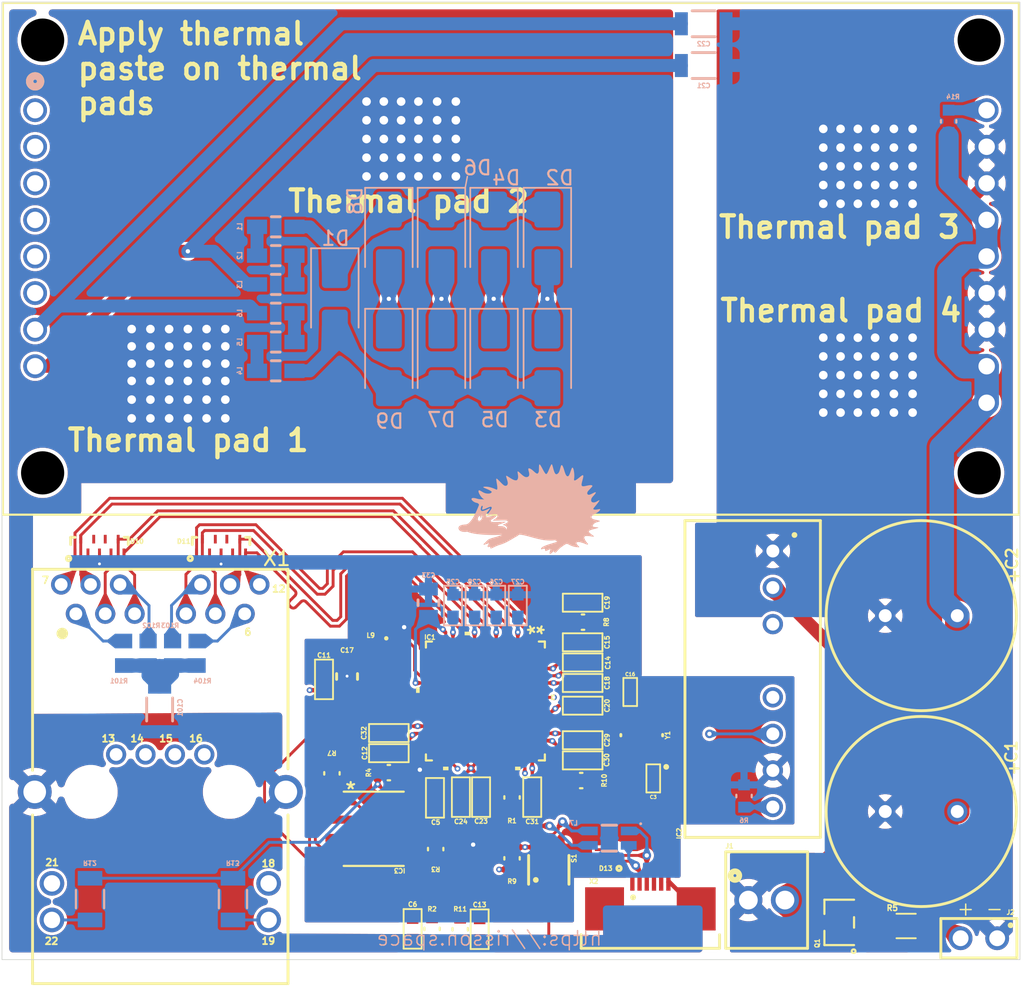
<source format=kicad_pcb>
(kicad_pcb (version 20241229) (generator "pcbnew") (generator_version "9.0")
  (title_block (comment 4 "AISLER Project ID: ORBMQKHI"))
  (layers (0 "F.Cu" signal) (4 "In1.Cu" signal) (6 "In2.Cu" signal) (2 "B.Cu" signal) (13 "F.Paste" user) (15 "B.Paste" user) (5 "F.SilkS" user "F.Silkscreen") (7 "B.SilkS" user "B.Silkscreen") (1 "F.Mask" user) (3 "B.Mask" user) (25 "Edge.Cuts" user))
  (net 0 "")
  (net 1 "Net-(D1-A1)")
  (net 2 "Net-(D1-A2)")
  (net 3 "GNDPWR")
  (net 4 "/PAIR78")
  (net 5 "/PAIR45")
  (net 6 "/PAIR36")
  (net 7 "/PAIR12")
  (net 8 "Net-(X1-TRCT3)")
  (net 9 "Net-(X1-TRCT1)")
  (net 10 "Net-(X1-LED1_Y+)")
  (net 11 "Net-(X1-LED2_G+)")
  (net 12 "Net-(X1-TRCT4)")
  (net 13 "Net-(X1-TRCT2)")
  (net 14 "Net-(C101-Pad1)")
  (net 15 "Net-(L1-Pad2)")
  (net 16 "Net-(L2-Pad2)")
  (net 17 "Net-(L4-Pad2)")
  (net 18 "Net-(L5-Pad2)")
  (net 21 "Net-(B1-VIN-)")
  (net 24 "Net-(B1-VIN+)")
  (net 25 "Net-(B1-ADJ)")
  (net 26 "+15V")
  (net 29 "GNDA")
  (net 31 "/TR0_P")
  (net 33 "GND")
  (net 34 "/TR0_N")
  (net 35 "/TR1_P")
  (net 36 "/TR1_N")
  (net 39 "/TR2_N")
  (net 42 "/TR2_P")
  (net 43 "/TR3_P")
  (net 45 "/TR3_N")
  (net 48 "Net-(IC1-XI)")
  (net 56 "Net-(IC1-XO)")
  (net 61 "Net-(IC2-FB)")
  (net 63 "+3V3")
  (net 64 "/USBD_P")
  (net 65 "+2V5")
  (net 66 "/USBD_M")
  (net 67 "Net-(IC1-EEDO{slash}GPIO3)")
  (net 68 "Net-(IC1-EECLK{slash}GPIO4)")
  (net 69 "Net-(IC1-EECS{slash}GPIO1)")
  (net 70 "Net-(IC1-EEDI{slash}GPIO2)")
  (net 72 "Net-(IC3-ORG)")
  (net 73 "Net-(IC1-VBUS_DET)")
  (net 74 "/LED0")
  (net 75 "+1V2")
  (net 76 "Net-(IC1-VDD12_SW_OUT)")
  (net 77 "Net-(IC1-USBRBIAS)")
  (net 78 "/LED2")
  (net 79 "Net-(IC1-TEST)")
  (net 80 "/RESET_N")
  (net 81 "Net-(IC1-REF_REXT)")
  (net 82 "Net-(IC1-REF_FILT)")
  (net 85 "Net-(D13-Pad2)")
  (net 87 "Net-(D13-Pad1)")
  (net 91 "Net-(B1-VOUT1-Pad13)")
  (net 92 "Net-(J2-Pad2)")
  (footprint "SSM3J358R,LF:SSM3J358R,LF" (layer "F.Cu") (at 78.1062 83.899999 90)
    (property "Reference" "Q1" (at -1.45 -1.52 90) (layer "F.SilkS") (effects (font (size 0.32 0.32) (thickness 0.08))))
    (property "Value" "SSM3J358R,LF" (hide yes))
    (pad "1" smd rect (at -0.950001 1.1938 90) (size 0.508 0.508) (layers "F.Cu" "F.Mask" "F.Paste") (net 92 "Net-(J2-Pad2)"))
    (pad "2" smd rect (at 0.950001 1.1938 90) (size 0.508 0.508) (layers "F.Cu" "F.Mask" "F.Paste") (net 91 "Net-(B1-VOUT1-Pad13)"))
    (pad "3" smd rect (at 0 -1.1938 90) (size 0.508 0.508) (layers "F.Cu" "F.Mask" "F.Paste") (net 26 "+15V"))
  )
  (footprint "830055299:830055299" (layer "F.Cu") (at 64.4 70.9 90)
    (property "Reference" "Y1" (at 0 1.8 270) (layer "F.SilkS") (effects (font (size 0.32 0.32) (thickness 0.08))))
    (property "Value" "830055299" (hide yes))
    (property "VALUE" "" (hide yes))
    (pad "1" smd rect (at -1.1 0.8 90) (size 1.4 1.15) (layers "F.Cu" "F.Mask" "F.Paste") (net 48 "Net-(IC1-XI)"))
    (pad "2" smd rect (at 1.1 0.8 90) (size 1.4 1.15) (layers "F.Cu" "F.Mask" "F.Paste") (net 33 "GND"))
    (pad "3" smd rect (at 1.1 -0.8 90) (size 1.4 1.15) (layers "F.Cu" "F.Mask" "F.Paste") (net 56 "Net-(IC1-XO)"))
    (pad "4" smd rect (at -1.1 -0.8 90) (size 1.4 1.15) (layers "F.Cu" "F.Mask" "F.Paste") (net 33 "GND"))
  )
  (footprint "RC0603FR-0710KL:RC0603FR-0710KL" (layer "F.Cu") (at 55.399 75.224699 -90)
    (property "Reference" "R1" (at 1.625 0 0) (layer "F.SilkS") (effects (font (size 0.32 0.32) (thickness 0.08))))
    (property "Value" "10K" (hide yes))
    (pad "1" smd rect (at -0.7747 0 270) (size 0.762 0.8128) (layers "F.Cu" "F.Mask" "F.Paste") (net 79 "Net-(IC1-TEST)"))
    (pad "2" smd rect (at 0.7747 0 270) (size 0.762 0.8128) (layers "F.Cu" "F.Mask" "F.Paste") (net 33 "GND"))
    (zone (net 0) (net_name "") (layer "F.Cu") (connect_pads (clearance 0)) (min_thickness 0.254)
      (keepout (tracks not_allowed) (vias not_allowed) (pads allowed) (copperpour not_allowed) (footprints allowed))
      (fill (thermal_gap 0.508) (thermal_bridge_width 0.508))
      (polygon (pts (xy 55.7546 74.881799) (xy 55.7546 75.567599) (xy 55.0434 75.567599) (xy 55.0434 74.881799)))
    )
  )
  (footprint "885012206071:885012206071" (layer "F.Cu") (at 60.299 68.849999)
    (property "Reference" "C20" (at 1.7 0 90) (layer "F.SilkS") (effects (font (size 0.32 0.32))))
    (property "Value" "100nF 25V" (hide yes))
    (pad "1" smd rect (at -0.75 0) (size 0.8 0.8) (layers "F.Cu" "F.Mask" "F.Paste") (net 75 "+1V2"))
    (pad "2" smd rect (at 0.75 0) (size 0.8 0.8) (layers "F.Cu" "F.Mask" "F.Paste") (net 33 "GND"))
  )
  (footprint "93AA66C-I_SN:93AA66C-I_SN" (layer "F.Cu") (at 45.799 77.399999)
    (property "Reference" "IC3" (at 1.8 2.9 180) (layer "F.SilkS") (effects (font (size 0.32 0.32) (thickness 0.08))))
    (property "Value" "93AA66C-I/SN" (hide yes))
    (property "VALUE" "" (hide yes))
    (fp_text user "*" (at -1.599 -2.699999 0) (layer "F.SilkS"))
    (pad "1" smd rect (at -2.3622 -1.905) (size 1.9812 0.5588) (layers "F.Cu" "F.Mask" "F.Paste") (net 69 "Net-(IC1-EECS{slash}GPIO1)"))
    (pad "2" smd rect (at -2.3622 -0.635) (size 1.9812 0.5588) (layers "F.Cu" "F.Mask" "F.Paste") (net 68 "Net-(IC1-EECLK{slash}GPIO4)"))
    (pad "3" smd rect (at -2.3622 0.635) (size 1.9812 0.5588) (layers "F.Cu" "F.Mask" "F.Paste") (net 70 "Net-(IC1-EEDI{slash}GPIO2)"))
    (pad "4" smd rect (at -2.3622 1.905) (size 1.9812 0.5588) (layers "F.Cu" "F.Mask" "F.Paste") (net 67 "Net-(IC1-EEDO{slash}GPIO3)"))
    (pad "5" smd rect (at 2.3622 1.905) (size 1.9812 0.5588) (layers "F.Cu" "F.Mask" "F.Paste") (net 33 "GND"))
    (pad "6" smd rect (at 2.3622 0.635) (size 1.9812 0.5588) (layers "F.Cu" "F.Mask" "F.Paste") (net 72 "Net-(IC3-ORG)"))
    (pad "7" smd rect (at 2.3622 -0.635) (size 1.9812 0.5588) (layers "F.Cu" "F.Mask" "F.Paste"))
    (pad "8" smd rect (at 2.3622 -1.905) (size 1.9812 0.5588) (layers "F.Cu" "F.Mask" "F.Paste") (net 63 "+3V3"))
  )
  (footprint "860020578018:860020578018" (layer "F.Cu") (at 83.8 76.2)
    (property "Reference" "C1" (at 6.25 -4.15 90) (layer "F.SilkS") (effects (font (size 0.8 0.8))))
    (property "Value" "1000uF" (hide yes))
    (property "VALUE" "" (hide yes))
    (fp_text user "+" (at 6.45 -3.05 0) (layer "F.SilkS") (effects (font (size 0.8 0.8))))
    (pad "1" thru_hole circle (at 2.5 0) (size 1.408 1.408) (drill 0.9) (layers "*.Cu" "*.Mask") (net 91 "Net-(B1-VOUT1-Pad13)"))
    (pad "2" thru_hole circle (at -2.5 0) (size 1.408 1.408) (drill 0.9) (layers "*.Cu" "*.Mask") (net 29 "GNDA"))
  )
  (footprint "885012005056:885012005056" (layer "F.Cu") (at 63.6 67.9 -90)
    (property "Reference" "C16" (at -1.23 0 0) (layer "F.SilkS") (effects (font (size 0.24 0.24))))
    (property "Value" "15pF 50V" (hide yes))
    (pad "1" smd rect (at 0.5 0 270) (size 0.5 0.5) (layers "F.Cu" "F.Mask" "F.Paste") (net 56 "Net-(IC1-XO)"))
    (pad "2" smd rect (at -0.5 0 270) (size 0.5 0.5) (layers "F.Cu" "F.Mask" "F.Paste") (net 33 "GND"))
  )
  (footprint "824012823:824012823" (layer "F.Cu") (at 61.9225 79.25 90)
    (property "Reference" "D13" (at -0.9 -0.0225 180) (layer "F.SilkS") (effects (font (size 0.32 0.32) (thickness 0.08))))
    (property "Value" "824012823" (hide yes))
    (property "VALUE" "" (hide yes))
    (pad "1" smd rect (at -0.4 0.4375 90) (size 0.2 0.675) (layers "F.Cu" "F.Mask" "F.Paste") (net 87 "Net-(D13-Pad1)"))
    (pad "2" smd rect (at 0 0.4375 90) (size 0.2 0.675) (layers "F.Cu" "F.Mask" "F.Paste") (net 85 "Net-(D13-Pad2)"))
    (pad "3" smd rect (at 0.4 0.4375 90) (size 0.2 0.675) (layers "F.Cu" "F.Mask" "F.Paste") (net 33 "GND"))
    (pad "4" smd rect (at 0.4 -0.4375 90) (size 0.2 0.675) (layers "F.Cu" "F.Mask" "F.Paste"))
    (pad "5" smd rect (at 0 -0.4375 90) (size 0.2 0.675) (layers "F.Cu" "F.Mask" "F.Paste"))
    (pad "6" smd rect (at -0.4 -0.4375 90) (size 0.2 0.675) (layers "F.Cu" "F.Mask" "F.Paste"))
  )
  (footprint "RC0603FR-0710KL:RC0603FR-0710KL" (layer "F.Cu") (at 50.099 78.809699 -90)
    (property "Reference" "R3" (at 1.3903 0 180) (layer "F.SilkS") (effects (font (size 0.32 0.32) (thickness 0.08))))
    (property "Value" "10K" (hide yes))
    (pad "1" smd rect (at -0.7747 0 270) (size 0.762 0.8128) (layers "F.Cu" "F.Mask" "F.Paste") (net 72 "Net-(IC3-ORG)"))
    (pad "2" smd rect (at 0.7747 0 270) (size 0.762 0.8128) (layers "F.Cu" "F.Mask" "F.Paste") (net 33 "GND"))
    (zone (net 0) (net_name "") (layer "F.Cu") (connect_pads (clearance 0)) (min_thickness 0.254)
      (keepout (tracks not_allowed) (vias not_allowed) (pads allowed) (copperpour not_allowed) (footprints allowed))
      (fill (thermal_gap 0.508) (thermal_bridge_width 0.508))
      (polygon (pts (xy 50.4546 78.466799) (xy 50.4546 79.152599) (xy 49.7434 79.152599) (xy 49.7434 78.466799)))
    )
  )
  (footprint "61300211121:61300211121" (layer "F.Cu") (at 87.8 85 180)
    (property "Reference" "J2" (at -2.2 1.8 0) (layer "F.SilkS") (effects (font (size 0.32 0.32) (thickness 0.08))))
    (property "Value" "~" (hide yes))
    (property "VALUE" "61300211121" (hide yes))
    (pad "1" thru_hole circle (at -1.27 0 180) (size 1.65 1.65) (drill 1.1) (layers "*.Cu" "*.Mask") (net 29 "GNDA"))
    (pad "2" thru_hole circle (at 1.27 0 180) (size 1.65 1.65) (drill 1.1) (layers "*.Cu" "*.Mask") (net 92 "Net-(J2-Pad2)"))
  )
  (footprint "7499811120:7499811120" (layer "F.Cu") (at 30.985447 74.84)
    (property "Reference" "X1" (at 8.08 -16.202 0) (layer "F.SilkS"))
    (property "Value" "7499811120" (hide yes))
    (fp_text user "16" (at 2.48 -3.702 0) (layer "F.SilkS") (effects (font (size 0.48 0.48))))
    (fp_text user "12" (at 8.23 -14.1 0) (layer "F.SilkS") (effects (font (size 0.48 0.48))))
    (fp_text user "7" (at -7.97 -14.702 0) (layer "F.SilkS") (effects (font (size 0.48 0.48))))
    (fp_text user "14" (at -1.6 -3.7 0) (layer "F.SilkS") (effects (font (size 0.48 0.48))))
    (fp_text user "18" (at 7.504553 4.97 0) (layer "F.SilkS") (effects (font (size 0.48 0.48))))
    (fp_text user "22" (at -7.545447 10.36 0) (layer "F.SilkS") (effects (font (size 0.48 0.48))))
    (fp_text user "21" (at -7.505447 4.9 0) (layer "F.SilkS") (effects (font (size 0.48 0.48))))
    (fp_text user "13" (at -3.6 -3.7 0) (layer "F.SilkS") (effects (font (size 0.48 0.48))))
    (fp_text user "6" (at 6.08 -11.102 0) (layer "F.SilkS") (effects (font (size 0.48 0.48))))
    (fp_text user "15" (at 0.4 -3.7 0) (layer "F.SilkS") (effects (font (size 0.48 0.48))))
    (fp_text user "19" (at 7.504553 10.35 0) (layer "F.SilkS") (effects (font (size 0.48 0.48))))
    (pad "" np_thru_hole circle (at -4.825 0) (size 3.25 3.25) (drill 3.25) (layers "*.Cu" "*.Mask"))
    (pad "" np_thru_hole circle (at 4.825 0) (size 3.25 3.25) (drill 3.25) (layers "*.Cu" "*.Mask"))
    (pad "1" thru_hole circle (at -5.86 -12.37) (size 1.398 1.398) (drill 0.89) (layers "*.Cu" "*.Mask") (net 9 "Net-(X1-TRCT1)"))
    (pad "2" thru_hole circle (at -3.82 -12.37) (size 1.398 1.398) (drill 0.89) (layers "*.Cu" "*.Mask") (net 35 "/TR1_P"))
    (pad "3" thru_hole circle (at -1.78 -12.37) (size 1.398 1.398) (drill 0.89) (layers "*.Cu" "*.Mask") (net 36 "/TR1_N"))
    (pad "4" thru_hole circle (at 1.78 -12.37) (size 1.398 1.398) (drill 0.89) (layers "*.Cu" "*.Mask") (net 42 "/TR2_P"))
    (pad "5" thru_hole circle (at 3.82 -12.37) (size 1.398 1.398) (drill 0.89) (layers "*.Cu" "*.Mask") (net 39 "/TR2_N"))
    (pad "6" thru_hole circle (at 5.86 -12.37) (size 1.398 1.398) (drill 0.89) (layers "*.Cu" "*.Mask") (net 12 "Net-(X1-TRCT4)"))
    (pad "7" thru_hole circle (at -6.88 -14.4) (size 1.398 1.398) (drill 0.89) (layers "*.Cu" "*.Mask") (net 31 "/TR0_P"))
    (pad "8" thru_hole circle (at -4.84 -14.4) (size 1.398 1.398) (drill 0.89) (layers "*.Cu" "*.Mask") (net 34 "/TR0_N"))
    (pad "9" thru_hole circle (at -2.8 -14.4) (size 1.398 1.398) (drill 0.89) (layers "*.Cu" "*.Mask") (net 13 "Net-(X1-TRCT2)"))
    (pad "10" thru_hole circle (at 2.8 -14.4) (size 1.398 1.398) (drill 0.89) (layers "*.Cu" "*.Mask") (net 8 "Net-(X1-TRCT3)"))
    (pad "11" thru_hole circle (at 4.84 -14.4) (size 1.398 1.398) (drill 0.89) (layers "*.Cu" "*.Mask") (net 43 "/TR3_P"))
    (pad "12" thru_hole circle (at 6.88 -14.4) (size 1.398 1.398) (drill 0.89) (layers "*.Cu" "*.Mask") (net 45 "/TR3_N"))
    (pad "13" thru_hole circle (at -3.065 -2.6) (size 1.398 1.398) (drill 0.89) (layers "*.Cu" "*.Mask") (net 7 "/PAIR12"))
    (pad "14" thru_hole circle (at -1.025 -2.6) (size 1.398 1.398) (drill 0.89) (layers "*.Cu" "*.Mask") (net 6 "/PAIR36"))
    (pad "15" thru_hole circle (at 1.015 -2.6) (size 1.398 1.398) (drill 0.89) (layers "*.Cu" "*.Mask") (net 5 "/PAIR45"))
    (pad "16" thru_hole circle (at 3.055 -2.6) (size 1.398 1.398) (drill 0.89) (layers "*.Cu" "*.Mask") (net 4 "/PAIR78"))
    (pad "18" thru_hole circle (at 7.52 6.35) (size 1.71 1.71) (drill 1.14) (layers "*.Cu" "*.Mask") (net 78 "/LED2"))
    (pad "19" thru_hole circle (at 7.52 8.89) (size 1.71 1.71) (drill 1.14) (layers "*.Cu" "*.Mask") (net 11 "Net-(X1-LED2_G+)"))
    (pad "21" thru_hole circle (at -7.52 6.35) (size 1.71 1.71) (drill 1.14) (layers "*.Cu" "*.Mask") (net 74 "/LED0"))
    (pad "22" thru_hole circle (at -7.52 8.89) (size 1.71 1.71) (drill 1.14) (layers "*.Cu" "*.Mask") (net 10 "Net-(X1-LED1_Y+)"))
    (pad "S1" thru_hole circle (at -8.715 0) (size 2.355 2.355) (drill 1.57) (layers "*.Cu" "*.Mask") (net 3 "GNDPWR"))
    (pad "S2" thru_hole circle (at 8.715 0) (size 2.355 2.355) (drill 1.57) (layers "*.Cu" "*.Mask") (net 3 "GNDPWR"))
    (zone (net 0) (net_name "") (layer "F.Cu") (connect_pads (clearance 0)) (min_thickness 0.1)
      (keepout (tracks not_allowed) (vias not_allowed) (pads not_allowed) (copperpour not_allowed) (footprints allowed))
      (fill (thermal_gap 0.508) (thermal_bridge_width 0.508))
      (polygon (pts (xy 22.685447 61.88) (xy 22.685447 66.47) (xy 23.735447 66.47) (xy 23.735447 61.88)))
    )
    (zone (net 0) (net_name "") (layer "F.Cu") (connect_pads (clearance 0)) (min_thickness 0.1)
      (keepout (tracks not_allowed) (vias not_allowed) (pads not_allowed) (copperpour not_allowed) (footprints allowed))
      (fill (thermal_gap 0.508) (thermal_bridge_width 0.508))
      (polygon (pts (xy 25.910447 69.85) (xy 25.910447 73.215) (xy 26.410447 73.215) (xy 26.410447 69.85)))
    )
    (zone (net 0) (net_name "") (layer "F.Cu") (connect_pads (clearance 0)) (min_thickness 0.1)
      (keepout (tracks not_allowed) (vias not_allowed) (pads not_allowed) (copperpour not_allowed) (footprints allowed))
      (fill (thermal_gap 0.508) (thermal_bridge_width 0.508))
      (polygon (pts (xy 29.985447 82) (xy 31.985447 82) (xy 31.985447 82.8) (xy 29.985447 82.8)))
    )
    (zone (net 0) (net_name "") (layer "F.Cu") (connect_pads (clearance 0)) (min_thickness 0.1)
      (keepout (tracks not_allowed) (vias not_allowed) (pads not_allowed) (copperpour not_allowed) (footprints allowed))
      (fill (thermal_gap 0.508) (thermal_bridge_width 0.508))
      (polygon (pts (xy 35.560447 69.85) (xy 35.560447 73.215) (xy 36.060447 73.215) (xy 36.060447 69.85)))
    )
    (zone (net 0) (net_name "") (layer "F.Cu") (connect_pads (clearance 0)) (min_thickness 0.1)
      (keepout (tracks not_allowed) (vias not_allowed) (pads not_allowed) (copperpour not_allowed) (footprints allowed))
      (fill (thermal_gap 0.508) (thermal_bridge_width 0.508))
      (polygon (pts (xy 38.235447 61.88) (xy 38.235447 66.47) (xy 39.285447 66.47) (xy 39.285447 61.88)))
    )
  )
  (footprint "691210910002:691210910002" (layer "F.Cu") (at 73.07 82.35)
    (property "Reference" "J1" (at -2.58 -3.75 0) (layer "F.SilkS") (effects (font (size 0.32 0.32) (thickness 0.08))))
    (property "Value" "Screw_Terminal_01x02" (hide yes))
    (pad "1" thru_hole circle (at -1.27 0) (size 1.95 1.95) (drill 1.3) (layers "*.Cu" "*.Mask") (net 29 "GNDA"))
    (pad "2" thru_hole circle (at 1.27 0) (size 1.95 1.95) (drill 1.3) (layers "*.Cu" "*.Mask") (net 26 "+15V"))
  )
  (footprint "RC0603FR-07340RL:RC0603FR-07340RL" (layer "F.Cu") (at 51.8 84.3747 -90)
    (property "Reference" "R11" (at -1.4 0 0) (layer "F.SilkS") (effects (font (size 0.32 0.32) (thickness 0.08))))
    (property "Value" "340R" (hide yes))
    (pad "1" smd rect (at -0.7747 0 270) (size 0.762 0.8128) (layers "F.Cu" "F.Mask" "F.Paste") (net 33 "GND"))
    (pad "2" smd rect (at 0.7747 0 270) (size 0.762 0.8128) (layers "F.Cu" "F.Mask" "F.Paste") (net 3 "GNDPWR"))
    (zone (net 0) (net_name "") (layer "F.Cu") (connect_pads (clearance 0)) (min_thickness 0.254)
      (keepout (tracks not_allowed) (vias not_allowed) (pads allowed) (copperpour not_allowed) (footprints allowed))
      (fill (thermal_gap 0.508) (thermal_bridge_width 0.508))
      (polygon (pts (xy 52.1556 84.0318) (xy 52.1556 84.7176) (xy 51.4444 84.7176) (xy 51.4444 84.0318)))
    )
  )
  (footprint "885012206071:885012206071" (layer "F.Cu") (at 50.05 75.249999 -90)
    (property "Reference" "C5" (at 1.7 -0.05 0) (layer "F.SilkS") (effects (font (size 0.32 0.32) (thickness 0.08))))
    (property "Value" "100nF 25V" (hide yes))
    (pad "1" smd rect (at -0.75 0 270) (size 0.8 0.8) (layers "F.Cu" "F.Mask" "F.Paste") (net 33 "GND"))
    (pad "2" smd rect (at 0.75 0 270) (size 0.8 0.8) (layers "F.Cu" "F.Mask" "F.Paste") (net 63 "+3V3"))
  )
  (footprint "860020578018:860020578018" (layer "F.Cu") (at 83.8 62.6)
    (property "Reference" "C2" (at 6.3 -3.95 90) (layer "F.SilkS") (effects (font (size 0.8 0.8))))
    (property "Value" "1000uF" (hide yes))
    (property "VALUE" "" (hide yes))
    (fp_text user "+" (at 6.5 -2.8 0) (layer "F.SilkS") (effects (font (size 0.8 0.8))))
    (pad "1" thru_hole circle (at 2.5 0) (size 1.408 1.408) (drill 0.9) (layers "*.Cu" "*.Mask") (net 91 "Net-(B1-VOUT1-Pad13)"))
    (pad "2" thru_hole circle (at -2.5 0) (size 1.408 1.408) (drill 0.9) (layers "*.Cu" "*.Mask") (net 29 "GNDA"))
  )
  (footprint "68710614522:68710614522" (layer "F.Cu") (at 65 83.45)
    (property "Reference" "X2" (at -3.925 -2.4 0) (layer "F.SilkS") (effects (font (size 0.32 0.32) (thickness 0.08))))
    (property "Value" "68710614522" (hide yes))
    (property "VALUE" "" (hide yes))
    (pad "1" smd rect (at -1.25 -2.35) (size 0.3 1.2) (layers "F.Cu" "F.Mask" "F.Paste"))
    (pad "2" smd rect (at -0.75 -2.35) (size 0.3 1.2) (layers "F.Cu" "F.Mask" "F.Paste") (net 87 "Net-(D13-Pad1)"))
    (pad "3" smd rect (at -0.25 -2.35) (size 0.3 1.2) (layers "F.Cu" "F.Mask" "F.Paste") (net 85 "Net-(D13-Pad2)"))
    (pad "4" smd rect (at 0.25 -2.35) (size 0.3 1.2) (layers "F.Cu" "F.Mask" "F.Paste"))
    (pad "5" smd rect (at 0.75 -2.35) (size 0.3 1.2) (layers "F.Cu" "F.Mask" "F.Paste") (net 33 "GND"))
    (pad "6" smd rect (at 1.25 -2.35) (size 0.3 1.2) (layers "F.Cu" "F.Mask" "F.Paste") (net 3 "GNDPWR"))
    (pad "Z1" smd rect (at -3.18 -0.49) (size 2.7 3) (layers "F.Cu" "F.Mask" "F.Paste") (net 3 "GNDPWR"))
    (pad "Z2" smd rect (at 3.18 -0.49) (size 2.7 3) (layers "F.Cu" "F.Mask" "F.Paste") (net 3 "GNDPWR"))
  )
  (footprint "885012206071:885012206071" (layer "F.Cu") (at 48.5 84.35 -90)
    (property "Reference" "C6" (at -1.7 0 180) (layer "F.SilkS") (effects (font (size 0.32 0.32))))
    (property "Value" "100nF 25V" (hide yes))
    (pad "1" smd rect (at -0.75 0 270) (size 0.8 0.8) (layers "F.Cu" "F.Mask" "F.Paste") (net 33 "GND"))
    (pad "2" smd rect (at 0.75 0 270) (size 0.8 0.8) (layers "F.Cu" "F.Mask" "F.Paste") (net 3 "GNDPWR"))
  )
  (footprint "885012206071:885012206071" (layer "F.Cu") (at 56.799001 75.199999 -90)
    (property "Reference" "C31" (at 1.7 0 180) (layer "F.SilkS") (effects (font (size 0.32 0.32))))
    (property "Value" "100nF 25V" (hide yes))
    (pad "1" smd rect (at -0.75 0 270) (size 0.8 0.8) (layers "F.Cu" "F.Mask" "F.Paste") (net 63 "+3V3"))
    (pad "2" smd rect (at 0.75 0 270) (size 0.8 0.8) (layers "F.Cu" "F.Mask" "F.Paste") (net 33 "GND"))
  )
  (footprint "RC0603FR-072KL:RC0603FR-072KL" (layer "F.Cu") (at 60.3237 63.049999)
    (property "Reference" "R8" (at 1.6253 0 90) (layer "F.SilkS") (effects (font (size 0.32 0.32) (thickness 0.08))))
    (property "Value" "2K" (hide yes))
    (pad "1" smd rect (at -0.7747 0) (size 0.762 0.8128) (layers "F.Cu" "F.Mask" "F.Paste") (net 81 "Net-(IC1-REF_REXT)"))
    (pad "2" smd rect (at 0.7747 0) (size 0.762 0.8128) (layers "F.Cu" "F.Mask" "F.Paste") (net 33 "GND"))
    (zone (net 0) (net_name "") (layer "F.Cu") (connect_pads (clearance 0)) (min_thickness 0.254)
      (keepout (tracks not_allowed) (vias not_allowed) (pads allowed) (copperpour not_allowed) (footprints allowed))
      (fill (thermal_gap 0.508) (thermal_bridge_width 0.508))
      (polygon (pts (xy 59.9808 62.694399) (xy 60.6666 62.694399) (xy 60.6666 63.405599) (xy 59.9808 63.405599)))
    )
  )
  (footprint "RC0603FR-07100KL:RC0603FR-07100KL" (layer "F.Cu") (at 55.399 79.45 -90)
    (property "Reference" "R9" (at 1.6 0 0) (layer "F.SilkS") (effects (font (size 0.32 0.32) (thickness 0.08))))
    (property "Value" "100K" (hide yes))
    (pad "1" smd rect (at -0.7747 0 270) (size 0.762 0.8128) (layers "F.Cu" "F.Mask" "F.Paste") (net 80 "/RESET_N"))
    (pad "2" smd rect (at 0.7747 0 270) (size 0.762 0.8128) (layers "F.Cu" "F.Mask" "F.Paste") (net 63 "+3V3"))
    (zone (net 0) (net_name "") (layer "F.Cu") (connect_pads (clearance 0)) (min_thickness 0.254)
      (keepout (tracks not_allowed) (vias not_allowed) (pads allowed) (copperpour not_allowed) (footprints allowed))
      (fill (thermal_gap 0.508) (thermal_bridge_width 0.508))
      (polygon (pts (xy 55.7546 79.1071) (xy 55.7546 79.7929) (xy 55.0434 79.7929) (xy 55.0434 79.1071)))
    )
  )
  (footprint "RC0603FR-0710KL:RC0603FR-0710KL" (layer "F.Cu") (at 46.849 73.499999 180)
    (property "Reference" "R4" (at 1.4 0 90) (layer "F.SilkS") (effects (font (size 0.32 0.32) (thickness 0.08))))
    (property "Value" "10K" (hide yes))
    (pad "1" smd rect (at -0.7747 0 180) (size 0.762 0.8128) (layers "F.Cu" "F.Mask" "F.Paste") (net 73 "Net-(IC1-VBUS_DET)"))
    (pad "2" smd rect (at 0.7747 0 180) (size 0.762 0.8128) (layers "F.Cu" "F.Mask" "F.Paste") (net 63 "+3V3"))
    (zone (net 0) (net_name "") (layer "F.Cu") (connect_pads (clearance 0)) (min_thickness 0.254)
      (keepout (tracks not_allowed) (vias not_allowed) (pads allowed) (copperpour not_allowed) (footprints allowed))
      (fill (thermal_gap 0.508) (thermal_bridge_width 0.508))
      (polygon (pts (xy 47.1919 73.855599) (xy 46.5061 73.855599) (xy 46.5061 73.144399) (xy 47.1919 73.144399)))
    )
  )
  (footprint "824014885:824014885" (layer "F.Cu") (at 35.205447 57.763)
    (property "Reference" "D11" (at -2.59 -0.325 0) (layer "F.SilkS") (effects (font (size 0.32 0.32) (thickness 0.08))))
    (property "Value" "5Vdc" (hide yes))
    (pad "1" smd rect (at -1.7 0.475) (size 0.2 0.6) (layers "F.Cu" "F.Mask" "F.Paste") (net 42 "/TR2_P"))
    (pad "2" smd rect (at -0.8 0.475) (size 0.2 0.6) (layers "F.Cu" "F.Mask" "F.Paste"))
    (pad "3" smd rect (at 0 0.475) (size 0.2 0.6) (layers "F.Cu" "F.Mask" "F.Paste") (net 33 "GND"))
    (pad "4" smd rect (at 0.8 0.475) (size 0.2 0.6) (layers "F.Cu" "F.Mask" "F.Paste"))
    (pad "5" smd rect (at 1.7 0.475) (size 0.2 0.6) (layers "F.Cu" "F.Mask" "F.Paste") (net 45 "/TR3_N"))
    (pad "6" smd rect (at 1.3 -0.475) (size 0.2 0.6) (layers "F.Cu" "F.Mask" "F.Paste") (net 43 "/TR3_P"))
    (pad "7" smd rect (at 0.4 -0.475) (size 0.2 0.6) (layers "F.Cu" "F.Mask" "F.Paste"))
    (pad "8" smd rect (at -0.4 -0.475) (size 0.2 0.6) (layers "F.Cu" "F.Mask" "F.Paste"))
    (pad "9" smd rect (at -1.3 -0.475) (size 0.2 0.6) (layers "F.Cu" "F.Mask" "F.Paste") (net 39 "/TR2_N"))
  )
  (footprint "885012206071:885012206071" (layer "F.Cu") (at 60.299 67.274999)
    (property "Reference" "C18" (at 1.7 0 90) (layer "F.SilkS") (effects (font (size 0.32 0.32))))
    (property "Value" "100nF 25V" (hide yes))
    (pad "1" smd rect (at -0.75 0) (size 0.8 0.8) (layers "F.Cu" "F.Mask" "F.Paste") (net 75 "+1V2"))
    (pad "2" smd rect (at 0.75 0) (size 0.8 0.8) (layers "F.Cu" "F.Mask" "F.Paste") (net 33 "GND"))
  )
  (footprint "885012206071:885012206071" (layer "F.Cu") (at 46.849 70.749999 180)
    (property "Reference" "C32" (at 1.725 0 270) (layer "F.SilkS") (effects (font (size 0.32 0.32))))
    (property "Value" "100nF 25V" (hide yes))
    (pad "1" smd rect (at -0.75 0 180) (size 0.8 0.8) (layers "F.Cu" "F.Mask" "F.Paste") (net 63 "+3V3"))
    (pad "2" smd rect (at 0.75 0 180) (size 0.8 0.8) (layers "F.Cu" "F.Mask" "F.Paste") (net 33 "GND"))
  )
  (footprint "VLS3012HBX-3R3M:VLS3012HBX-3R3M" (layer "F.Cu") (at 46.67 66.097098 -90)
    (property "Reference" "L9" (at -2.127098 1.08 0) (layer "F.SilkS") (effects (font (size 0.32 0.32) (thickness 0.08))))
    (property "Value" "VLS3012HBX-3R3M" (hide yes))
    (pad "1" smd rect (at -0.9271 0) (size 3.0988 1.5494) (layers "F.Cu" "F.Mask" "F.Paste") (net 76 "Net-(IC1-VDD12_SW_OUT)"))
    (pad "2" smd rect (at 0.9271 0) (size 3.0988 1.5494) (layers "F.Cu" "F.Mask" "F.Paste") (net 75 "+1V2"))
    (zone (net 0) (net_name "") (layer "F.Cu") (connect_pads (clearance 0)) (min_thickness 0.254)
      (keepout (tracks not_allowed) (vias not_allowed) (pads allowed) (copperpour not_allowed) (footprints allowed))
      (fill (thermal_gap 0.508) (thermal_bridge_width 0.508))
      (polygon (pts (xy 45.0698 64.598498) (xy 45.0698 67.595698) (xy 45.1714 67.595698) (xy 45.1714 64.598498)))
    )
    (zone (net 0) (net_name "") (layer "F.Cu") (connect_pads (clearance 0)) (min_thickness 0.254)
      (keepout (tracks not_allowed) (vias not_allowed) (pads allowed) (copperpour not_allowed) (footprints allowed))
      (fill (thermal_gap 0.508) (thermal_bridge_width 0.508))
      (polygon (pts (xy 48.1686 64.598498) (xy 48.1686 67.595698) (xy 48.2702 67.595698) (xy 48.2702 64.598498)))
    )
    (zone (net 0) (net_name "") (layer "F.Cu") (connect_pads (clearance 0)) (min_thickness 0.254)
      (keepout (tracks not_allowed) (vias not_allowed) (pads allowed) (copperpour not_allowed) (footprints allowed))
      (fill (thermal_gap 0.508) (thermal_bridge_width 0.508))
      (polygon (pts (xy 48.2702 65.995498) (xy 48.2702 66.198698) (xy 45.0698 66.198698) (xy 45.0698 65.995498)))
    )
  )
  (footprint "885012206071:885012206071" (layer "F.Cu") (at 46.849 72.149999 180)
    (property "Reference" "C12" (at 1.675 0 90) (layer "F.SilkS") (effects (font (size 0.32 0.32))))
    (property "Value" "100nF 25V" (hide yes))
    (pad "1" smd rect (at -0.75 0 180) (size 0.8 0.8) (layers "F.Cu" "F.Mask" "F.Paste") (net 75 "+1V2"))
    (pad "2" smd rect (at 0.75 0 180) (size 0.8 0.8) (layers "F.Cu" "F.Mask" "F.Paste") (net 33 "GND"))
  )
  (footprint "RC1206FR-07100KL:RC1206FR-07100KL" (layer "F.Cu") (at 82.75 84.15)
    (property "Reference" "R5" (at -0.96 -1.249999 0) (layer "F.SilkS") (effects (font (size 0.393701 0.393701) (thickness 0.098425))))
    (property "Value" "100K" (hide yes))
    (pad "1" smd rect (at -1.48 0) (size 0.97 1.73) (layers "F.Cu" "F.Mask" "F.Paste") (net 91 "Net-(B1-VOUT1-Pad13)"))
    (pad "2" smd rect (at 1.48 0) (size 0.97 1.73) (layers "F.Cu" "F.Mask" "F.Paste") (net 92 "Net-(J2-Pad2)"))
  )
  (footprint "824014885:824014885" (layer "F.Cu") (at 26.765447 57.763)
    (property "Reference" "D10" (at 2.6 -0.325 0) (layer "F.SilkS") (effects (font (size 0.32 0.32) (thickness 0.08))))
    (property "Value" "5Vdc" (hide yes))
    (pad "1" smd rect (at -1.7 0.475) (size 0.2 0.6) (layers "F.Cu" "F.Mask" "F.Paste") (net 31 "/TR0_P"))
    (pad "2" smd rect (at -0.8 0.475) (size 0.2 0.6) (layers "F.Cu" "F.Mask" "F.Paste"))
    (pad "3" smd rect (at 0 0.475) (size 0.2 0.6) (layers "F.Cu" "F.Mask" "F.Paste") (net 33 "GND"))
    (pad "4" smd rect (at 0.8 0.475) (size 0.2 0.6) (layers "F.Cu" "F.Mask" "F.Paste"))
    (pad "5" smd rect (at 1.7 0.475) (size 0.2 0.6) (layers "F.Cu" "F.Mask" "F.Paste") (net 36 "/TR1_N"))
    (pad "6" smd rect (at 1.3 -0.475) (size 0.2 0.6) (layers "F.Cu" "F.Mask" "F.Paste") (net 35 "/TR1_P"))
    (pad "7" smd rect (at 0.4 -0.475) (size 0.2 0.6) (layers "F.Cu" "F.Mask" "F.Paste"))
    (pad "8" smd rect (at -0.4 -0.475) (size 0.2 0.6) (layers "F.Cu" "F.Mask" "F.Paste"))
    (pad "9" smd rect (at -1.3 -0.475) (size 0.2 0.6) (layers "F.Cu" "F.Mask" "F.Paste") (net 34 "/TR0_N"))
  )
  (footprint "885012206071:885012206071" (layer "F.Cu") (at 51.849 75.199999 -90)
    (property "Reference" "C24" (at 1.7 0 180) (layer "F.SilkS") (effects (font (size 0.32 0.32))))
    (property "Value" "100nF 25V" (hide yes))
    (pad "1" smd rect (at -0.75 0 270) (size 0.8 0.8) (layers "F.Cu" "F.Mask" "F.Paste") (net 75 "+1V2"))
    (pad "2" smd rect (at 0.75 0 270) (size 0.8 0.8) (layers "F.Cu" "F.Mask" "F.Paste") (net 33 "GND"))
  )
  (footprint "435151014824:435151014824" (layer "F.Cu") (at 57.949 80.2503 90)
    (property "Reference" "S1" (at 0.8 1.75 90) (layer "F.SilkS") (effects (font (size 0.32 0.32) (thickness 0.08))))
    (property "Value" "435151014824" (hide yes))
    (pad "1" smd rect (at -1.575 -0.85 90) (size 0.65 0.6) (layers "F.Cu" "F.Mask" "F.Paste") (net 80 "/RESET_N"))
    (pad "2" smd rect (at 1.575 -0.85 90) (size 0.65 0.6) (layers "F.Cu" "F.Mask" "F.Paste") (net 80 "/RESET_N"))
    (pad "3" smd rect (at -1.575 0.85 90) (size 0.65 0.6) (layers "F.Cu" "F.Mask" "F.Paste") (net 33 "GND"))
    (pad "4" smd rect (at 1.575 0.85 90) (size 0.65 0.6) (layers "F.Cu" "F.Mask" "F.Paste") (net 33 "GND"))
    (pad "5" smd rect (at -1.725 0 90) (size 0.35 0.7) (layers "F.Cu" "F.Mask" "F.Paste") (net 3 "GNDPWR"))
    (pad "6" smd rect (at 1.725 0 90) (size 0.35 0.7) (layers "F.Cu" "F.Mask" "F.Paste") (net 3 "GNDPWR"))
  )
  (footprint "885012206052:885012206052" (layer "F.Cu") (at 60.299 61.699999 180)
    (property "Reference" "C19" (at -1.7 0 90) (layer "F.SilkS") (effects (font (size 0.32 0.32))))
    (property "Value" "1uF 16V" (hide yes))
    (pad "1" smd rect (at -0.75 0 180) (size 0.8 0.8) (layers "F.Cu" "F.Mask" "F.Paste") (net 33 "GND"))
    (pad "2" smd rect (at 0.75 0 180) (size 0.8 0.8) (layers "F.Cu" "F.Mask" "F.Paste") (net 82 "Net-(IC1-REF_FILT)"))
  )
  (footprint "LAN7850-I_8JX:LAN7850-I_8JX" (layer "F.Cu") (at 53.549 68.524999 -90)
    (property "Reference" "IC1" (at -4.424999 3.849 0) (layer "F.SilkS") (effects (font (size 0.32 0.32) (thickness 0.08))))
    (property "Value" "LAN7850-I_8JX" (hide yes))
    (fp_text user "*" (at -4.9403 -3.5 90) (layer "F.SilkS"))
    (fp_text user "*" (at -4.9403 -3.5 270) (layer "F.SilkS"))
    (pad "1" smd rect (at -3.8989 -3.250001) (size 0.254 0.8128) (layers "F.Cu" "F.Mask" "F.Paste") (net 31 "/TR0_P"))
    (pad "2" smd rect (at -3.8989 -2.75) (size 0.254 0.8128) (layers "F.Cu" "F.Mask" "F.Paste") (net 34 "/TR0_N"))
    (pad "3" smd rect (at -3.8989 -2.250001) (size 0.254 0.8128) (layers "F.Cu" "F.Mask" "F.Paste") (net 65 "+2V5"))
    (pad "4" smd rect (at -3.8989 -1.749999) (size 0.254 0.8128) (layers "F.Cu" "F.Mask" "F.Paste") (net 35 "/TR1_P"))
    (pad "5" smd rect (at -3.8989 -1.25) (size 0.254 0.8128) (layers "F.Cu" "F.Mask" "F.Paste") (net 36 "/TR1_N"))
    (pad "6" smd rect (at -3.8989 -0.750001) (size 0.254 0.8128) (layers "F.Cu" "F.Mask" "F.Paste") (net 65 "+2V5"))
    (pad "7" smd rect (at -3.8989 -0.25) (size 0.254 0.8128) (layers "F.Cu" "F.Mask" "F.Paste") (net 42 "/TR2_P"))
    (pad "8" smd rect (at -3.8989 0.25) (size 0.254 0.8128) (layers "F.Cu" "F.Mask" "F.Paste") (net 39 "/TR2_N"))
    (pad "9" smd rect (at -3.8989 0.750001) (size 0.254 0.8128) (layers "F.Cu" "F.Mask" "F.Paste") (net 65 "+2V5"))
    (pad "10" smd rect (at -3.8989 1.25) (size 0.254 0.8128) (layers "F.Cu" "F.Mask" "F.Paste") (net 43 "/TR3_P"))
    (pad "11" smd rect (at -3.8989 1.749999) (size 0.254 0.8128) (layers "F.Cu" "F.Mask" "F.Paste") (net 45 "/TR3_N"))
    (pad "12" smd rect (at -3.8989 2.250001) (size 0.254 0.8128) (layers "F.Cu" "F.Mask" "F.Paste") (net 65 "+2V5"))
    (pad "13" smd rect (at -3.8989 2.75) (size 0.254 0.8128) (layers "F.Cu" "F.Mask" "F.Paste") (net 63 "+3V3"))
    (pad "14" smd rect (at -3.8989 3.250001) (size 0.254 0.8128) (layers "F.Cu" "F.Mask" "F.Paste"))
    (pad "15" smd rect (at -3.250001 3.8989 270) (size 0.254 0.8128) (layers "F.Cu" "F.Mask" "F.Paste"))
    (pad "16" smd rect (at -2.75 3.8989 270) (size 0.254 0.8128) (layers "F.Cu" "F.Mask" "F.Paste"))
    (pad "17" smd rect (at -2.250001 3.8989 270) (size 0.254 0.8128) (layers "F.Cu" "F.Mask" "F.Paste"))
    (pad "18" smd rect (at -1.749999 3.8989 270) (size 0.254 0.8128) (layers "F.Cu" "F.Mask" "F.Paste") (net 76 "Net-(IC1-VDD12_SW_OUT)"))
    (pad "19" smd rect (at -1.25 3.8989 270) (size 0.254 0.8128) (layers "F.Cu" "F.Mask" "F.Paste") (net 63 "+3V3"))
    (pad "20" smd rect (at -0.750001 3.8989 270) (size 0.254 0.8128) (layers "F.Cu" "F.Mask" "F.Paste") (net 75 "+1V2"))
    (pad "21" smd rect (at -0.25 3.8989 270) (size 0.254 0.8128) (layers "F.Cu" "F.Mask" "F.Paste") (net 69 "Net-(IC1-EECS{slash}GPIO1)"))
    (pad "22" smd rect (at 0.25 3.8989 270) (size 0.254 0.8128) (layers "F.Cu" "F.Mask" "F.Paste") (net 70 "Net-(IC1-EEDI{slash}GPIO2)"))
    (pad "23" smd rect (at 0.750001 3.8989 270) (size 0.254 0.8128) (layers "F.Cu" "F.Mask" "F.Paste") (net 67 "Net-(IC1-EEDO{slash}GPIO3)"))
    (pad "24" smd rect (at 1.25 3.8989 270) (size 0.254 0.8128) (layers "F.Cu" "F.Mask" "F.Paste") (net 68 "Net-(IC1-EECLK{slash}GPIO4)"))
    (pad "25" smd rect (at 1.749999 3.8989 270) (size 0.254 0.8128) (layers "F.Cu" "F.Mask" "F.Paste") (net 63 "+3V3"))
    (pad "26" smd rect (at 2.250001 3.8989 270) (size 0.254 0.8128) (layers "F.Cu" "F.Mask" "F.Paste") (net 75 "+1V2"))
    (pad "27" smd rect (at 2.75 3.8989 270) (size 0.254 0.8128) (layers "F.Cu" "F.Mask" "F.Paste") (net 73 "Net-(IC1-VBUS_DET)"))
    (pad "28" smd rect (at 3.250001 3.8989 270) (size 0.254 0.8128) (layers "F.Cu" "F.Mask" "F.Paste"))
    (pad "29" smd rect (at 3.8989 3.250001) (size 0.254 0.8128) (layers "F.Cu" "F.Mask" "F.Paste"))
    (pad "30" smd rect (at 3.8989 2.75) (size 0.254 0.8128) (layers "F.Cu" "F.Mask" "F.Paste") (net 33 "GND"))
    (pad "31" smd rect (at 3.8989 2.250001) (size 0.254 0.8128) (layers "F.Cu" "F.Mask" "F.Paste") (net 74 "/LED0"))
    (pad "32" smd rect (at 3.8989 1.749999) (size 0.254 0.8128) (layers "F.Cu" "F.Mask" "F.Paste"))
    (pad "33" smd rect (at 3.8989 1.25) (size 0.254 0.8128) (layers "F.Cu" "F.Mask" "F.Paste") (net 75 "+1V2"))
    (pad "34" smd rect (at 3.8989 0.750001) (size 0.254 0.8128) (layers "F.Cu" "F.Mask" "F.Paste") (net 75 "+1V2"))
    (pad "35" smd rect (at 3.8989 0.25) (size 0.254 0.8128) (layers "F.Cu" "F.Mask" "F.Paste"))
    (pad "36" smd rect (at 3.8989 -0.25) (size 0.254 0.8128) (layers "F.Cu" "F.Mask" "F.Paste") (net 64 "/USBD_P"))
    (pad "37" smd rect (at 3.8989 -0.750001) (size 0.254 0.8128) (layers "F.Cu" "F.Mask" "F.Paste") (net 66 "/USBD_M"))
    (pad "38" smd rect (at 3.8989 -1.25) (size 0.254 0.8128) (layers "F.Cu" "F.Mask" "F.Paste"))
    (pad "39" smd rect (at 3.8989 -1.749999) (size 0.254 0.8128) (layers "F.Cu" "F.Mask" "F.Paste"))
    (pad "40" smd rect (at 3.8989 -2.250001) (size 0.254 0.8128) (layers "F.Cu" "F.Mask" "F.Paste") (net 79 "Net-(IC1-TEST)"))
    (pad "41" smd rect (at 3.8989 -2.75) (size 0.254 0.8128) (layers "F.Cu" "F.Mask" "F.Paste") (net 80 "/RESET_N"))
    (pad "42" smd rect (at 3.8989 -3.250001) (size 0.254 0.8128) (layers "F.Cu" "F.Mask" "F.Paste") (net 63 "+3V3"))
    (pad "43" smd rect (at 3.250001 -3.8989 270) (size 0.254 0.8128) (layers "F.Cu" "F.Mask" "F.Paste") (net 77 "Net-(IC1-USBRBIAS)"))
    (pad "44" smd rect (at 2.75 -3.8989 270) (size 0.254 0.8128) (layers "F.Cu" "F.Mask" "F.Paste") (net 63 "+3V3"))
    (pad "45" smd rect (at 2.250001 -3.8989 270) (size 0.254 0.8128) (layers "F.Cu" "F.Mask" "F.Paste") (net 63 "+3V3"))
    (pad "46" smd rect (at 1.749999 -3.8989 270) (size 0.254 0.8128) (layers "F.Cu" "F.Mask" "F.Paste") (net 48 "Net-(IC1-XI)"))
    (pad "47" smd rect (at 1.25 -3.8989 270) (size 0.254 0.8128) (layers "F.Cu" "F.Mask" "F.Paste") (net 56 "Net-(IC1-XO)"))
    (pad "48" smd rect (at 0.750001 -3.8989 270) (size 0.254 0.8128) (layers "F.Cu" "F.Mask" "F.Paste") (net 75 "+1V2"))
    (pad "49" smd rect (at 0.25 -3.8989 270) (size 0.254 0.8128) (layers "F.Cu" "F.Mask" "F.Paste"))
    (pad "50" smd rect (at -0.25 -3.8989 270) (size 0.254 0.8128) (layers "F.Cu" "F.Mask" "F.Paste") (net 78 "/LED2"))
    (pad "51" smd rect (at -0.750001 -3.8989 270) (size 0.254 0.8128) (layers "F.Cu" "F.Mask" "F.Paste"))
    (pad "52" smd rect (at -1.25 -3.8989 270) (size 0.254 0.8128) (layers "F.Cu" "F.Mask" "F.Paste") (net 75 "+1V2"))
    (pad "53" smd rect (at -1.749999 -3.8989 270) (size 0.254 0.8128) (layers "F.Cu" "F.Mask" "F.Paste") (net 65 "+2V5"))
    (pad "54" smd rect (at -2.250001 -3.8989 270) (size 0.254 0.8128) (layers "F.Cu" "F.Mask" "F.Paste") (net 63 "+3V3"))
    (pad "55" smd rect (at -2.75 -3.8989 270) (size 0.254 0.8128) (layers "F.Cu" "F.Mask" "F.Paste") (net 81 "Net-(IC1-REF_REXT)"))
    (pad "56" smd rect (at -3.250001 -3.8989 270) (size 0.254 0.8128) (layers "F.Cu" "F.Mask" "F.Paste") (net 82 "Net-(IC1-REF_FILT)"))
    (pad "57" smd rect (at 0 0 270) (size 5.9944 5.9944) (layers "F.Cu" "F.Mask" "F.Paste") (net 33 "GND"))
  )
  (footprint "RC0603FR-0710KL:RC0603FR-0710KL" (layer "F.Cu") (at 42.899 73.549999 90)
    (property "Reference" "R7" (at 1.4203 0 180) (layer "F.SilkS") (effects (font (size 0.32 0.32) (thickness 0.08))))
    (property "Value" "10K" (hide yes))
    (pad "1" smd rect (at -0.7747 0 90) (size 0.762 0.8128) (layers "F.Cu" "F.Mask" "F.Paste") (net 69 "Net-(IC1-EECS{slash}GPIO1)"))
    (pad "2" smd rect (at 0.7747 0 90) (size 0.762 0.8128) (layers "F.Cu" "F.Mask" "F.Paste") (net 33 "GND"))
    (zone (net 0) (net_name "") (layer "F.Cu") (connect_pads (clearance 0)) (min_thickness 0.254)
      (keepout (tracks not_allowed) (vias not_allowed) (pads allowed) (copperpour not_allowed) (footprints allowed))
      (fill (thermal_gap 0.508) (thermal_bridge_width 0.508))
      (polygon (pts (xy 42.5434 73.892899) (xy 42.5434 73.207099) (xy 43.2546 73.207099) (xy 43.2546 73.892899)))
    )
  )
  (footprint "RC0603FR-07340RL:RC0603FR-07340RL" (layer "F.Cu") (at 49.85 84.35 -90)
    (property "Reference" "R2" (at -1.3753 0 0) (layer "F.SilkS") (effects (font (size 0.32 0.32) (thickness 0.08))))
    (property "Value" "340R" (hide yes))
    (pad "1" smd rect (at -0.7747 0 270) (size 0.762 0.8128) (layers "F.Cu" "F.Mask" "F.Paste") (net 33 "GND"))
    (pad "2" smd rect (at 0.7747 0 270) (size 0.762 0.8128) (layers "F.Cu" "F.Mask" "F.Paste") (net 3 "GNDPWR"))
    (zone (net 0) (net_name "") (layer "F.Cu") (connect_pads (clearance 0)) (min_thickness 0.254)
      (keepout (tracks not_allowed) (vias not_allowed) (pads allowed) (copperpour not_allowed) (footprints allowed))
      (fill (thermal_gap 0.508) (thermal_bridge_width 0.508))
      (polygon (pts (xy 50.2056 84.0071) (xy 50.2056 84.6929) (xy 49.4944 84.6929) (xy 49.4944 84.0071)))
    )
  )
  (footprint "885012206052:885012206052" (layer "F.Cu") (at 60.299 64.449999)
    (property "Reference" "C15" (at 1.7 0 90) (layer "F.SilkS") (effects (font (size 0.32 0.32))))
    (property "Value" "1uF 16V" (hide yes))
    (pad "1" smd rect (at -0.75 0) (size 0.8 0.8) (layers "F.Cu" "F.Mask" "F.Paste") (net 63 "+3V3"))
    (pad "2" smd rect (at 0.75 0) (size 0.8 0.8) (layers "F.Cu" "F.Mask" "F.Paste") (net 33 "GND"))
  )
  (footprint "RC0603FR-0712KL:RC0603FR-0712KL" (layer "F.Cu") (at 60.199 74.049999)
    (property "Reference" "R10" (at 1.6 0 90) (layer "F.SilkS") (effects (font (size 0.32 0.32) (thickness 0.08))))
    (property "Value" "12K" (hide yes))
    (pad "1" smd rect (at -0.7747 0) (size 0.762 0.8128) (layers "F.Cu" "F.Mask" "F.Paste") (net 77 "Net-(IC1-USBRBIAS)"))
    (pad "2" smd rect (at 0.7747 0) (size 0.762 0.8128) (layers "F.Cu" "F.Mask" "F.Paste") (net 33 "GND"))
    (zone (net 0) (net_name "") (layer "F.Cu") (connect_pads (clearance 0)) (min_thickness 0.254)
      (keepout (tracks not_allowed) (vias not_allowed) (pads allowed) (copperpour not_allowed) (footprints allowed))
      (fill (thermal_gap 0.508) (thermal_bridge_width 0.508))
      (polygon (pts (xy 59.8561 73.694399) (xy 60.5419 73.694399) (xy 60.5419 74.405599) (xy 59.8561 74.405599)))
    )
  )
  (footprint "885012206071:885012206071" (layer "F.Cu") (at 60.299 72.649999)
    (property "Reference" "C30" (at 1.675 -0.025 90) (layer "F.SilkS") (effects (font (size 0.32 0.32))))
    (property "Value" "100nF 25V" (hide yes))
    (pad "1" smd rect (at -0.75 0) (size 0.8 0.8) (layers "F.Cu" "F.Mask" "F.Paste") (net 63 "+3V3"))
    (pad "2" smd rect (at 0.75 0) (size 0.8 0.8) (layers "F.Cu" "F.Mask" "F.Paste") (net 33 "GND"))
  )
  (footprint "17791063215:17791063215" (layer "F.Cu") (at 72.1 67 -90)
    (property "Reference" "IC2" (at 10.725 5.1 90) (layer "F.SilkS") (effects (font (size 0.32 0.32) (thickness 0.08))))
    (property "Value" "17791063215" (hide yes))
    (property "VALUE" "" (hide yes))
    (pad "1" thru_hole circle (at -8.89 -1.4 270) (size 1.408 1.408) (drill 0.9) (layers "*.Cu" "*.Mask") (net 29 "GNDA"))
    (pad "2" thru_hole circle (at -6.35 -1.4 270) (size 1.408 1.408) (drill 0.9) (layers "*.Cu" "*.Mask") (net 26 "+15V"))
    (pad "3" thru_hole circle (at -3.81 -1.4 270) (size 1.408 1.408) (drill 0.9) (layers "*.Cu" "*.Mask"))
    (pad "5" thru_hole circle (at 1.27 -1.4 270) (size 1.408 1.408) (drill 0.9) (layers "*.Cu" "*.Mask"))
    (pad "6" thru_hole circle (at 3.81 -1.4 270) (size 1.408 1.408) (drill 0.9) (layers "*.Cu" "*.Mask") (net 63 "+3V3"))
    (pad "7" thru_hole circle (at 6.35 -1.4 270) (size 1.408 1.408) (drill 0.9) (layers "*.Cu" "*.Mask") (net 33 "GND"))
    (pad "8" thru_hole circle (at 8.89 -1.4 270) (size 1.408 1.408) (drill 0.9) (layers "*.Cu" "*.Mask") (net 61 "Net-(IC2-FB)"))
  )
  (footprint "885012206071:885012206071" (layer "F.Cu") (at 42.349 67.024998 -90)
    (property "Reference" "C11" (at -1.674999 0 180) (layer "F.SilkS") (effects (font (size 0.32 0.32))))
    (property "Value" "100nF 25V" (hide yes))
    (pad "1" smd rect (at -0.75 0 270) (size 0.8 0.8) (layers "F.Cu" "F.Mask" "F.Paste") (net 33 "GND"))
    (pad "2" smd rect (at 0.75 0 270) (size 0.8 0.8) (layers "F.Cu" "F.Mask" "F.Paste") (net 75 "+1V2"))
  )
  (footprint "885012206071:885012206071" (layer "F.Cu") (at 53.15 84.3747 -90)
    (property "Reference" "C13" (at -1.7 0 180) (layer "F.SilkS") (effects (font (size 0.32 0.32))))
    (property "Value" "100nF 25V" (hide yes))
    (pad "1" smd rect (at -0.75 0 270) (size 0.8 0.8) (layers "F.Cu" "F.Mask" "F.Paste") (net 33 "GND"))
    (pad "2" smd rect (at 0.75 0 270) (size 0.8 0.8) (layers "F.Cu" "F.Mask" "F.Paste") (net 3 "GNDPWR"))
  )
  (footprint "885012206071:885012206071" (layer "F.Cu") (at 60.299 71.249999)
    (property "Reference" "C29" (at 1.7 0 90) (layer "F.SilkS") (effects (font (size 0.32 0.32))))
    (property "Value" "100nF 25V" (hide yes))
    (pad "1" smd rect (at -0.75 0) (size 0.8 0.8) (layers "F.Cu" "F.Mask" "F.Paste") (net 63 "+3V3"))
    (pad "2" smd rect (at 0.75 0) (size 0.8 0.8) (layers "F.Cu" "F.Mask" "F.Paste") (net 33 "GND"))
  )
  (footprint "885012207003:885012207003" (layer "F.Cu") (at 43.949 66.824998 90)
    (property "Reference" "C17" (at 1.824999 0 180) (layer "F.SilkS") (effects (font (size 0.32 0.32) (thickness 0.08))))
    (property "Value" "10uF 6.3V" (hide yes))
    (pad "1" smd rect (at -0.95 0 90) (size 0.9 1.3) (layers "F.Cu" "F.Mask" "F.Paste") (net 75 "+1V2"))
    (pad "2" smd rect (at 0.95 0 90) (size 0.9 1.3) (layers "F.Cu" "F.Mask" "F.Paste") (net 33 "GND"))
  )
  (footprint "885012206052:885012206052" (layer "F.Cu") (at 60.299 65.849999)
    (property "Reference" "C14" (at 1.75 0.025 90) (layer "F.SilkS") (effects (font (size 0.32 0.32) (thickness 0.08))))
    (property "Value" "1uF 16V" (hide yes))
    (pad "1" smd rect (at -0.75 0) (size 0.8 0.8) (layers "F.Cu" "F.Mask" "F.Paste") (net 65 "+2V5"))
    (pad "2" smd rect (at 0.75 0) (size 0.8 0.8) (layers "F.Cu" "F.Mask" "F.Paste") (net 33 "GND"))
  )
  (footprint "885012206071:885012206071" (layer "F.Cu") (at 53.249 75.199999 -90)
    (property "Reference" "C23" (at 1.675 0 180) (layer "F.SilkS") (effects (font (size 0.32 0.32))))
    (property "Value" "100nF 25V" (hide yes))
    (pad "1" smd rect (at -0.75 0 270) (size 0.8 0.8) (layers "F.Cu" "F.Mask" "F.Paste") (net 75 "+1V2"))
    (pad "2" smd rect (at 0.75 0 270) (size 0.8 0.8) (layers "F.Cu" "F.Mask" "F.Paste") (net 33 "GND"))
  )
  (footprint "AG5800:AG5800" (layer "F.Cu") (at 22.3 27.5)
    (property "Reference" "B1" (at 36.5 28.9 0) (layer "F.SilkS"))
    (property "Value" "AG5800" (hide yes))
    (property "VALUE" "" (hide yes))
    (pad "" np_thru_hole circle (at 0.520002 -4.865002) (size 2.9972 2.9972) (drill 2.9972) (layers))
    (pad "" np_thru_hole circle (at 0.520002 25.185002) (size 2.9972 2.9972) (drill 2.9972) (layers))
    (pad "" np_thru_hole circle (at 65.519998 -4.865002) (size 2.9972 2.9972) (drill 2.9972) (layers))
    (pad "" np_thru_hole circle (at 65.519998 25.185002) (size 2.9972 2.9972) (drill 2.9972) (layers))
    (pad "1" thru_hole circle (at 0 0) (size 1.651 1.651) (drill 1.143) (layers "*.Cu" "*.Mask"))
    (pad "2" thru_hole circle (at 0 2.54) (size 1.651 1.651) (drill 1.143) (layers "*.Cu" "*.Mask"))
    (pad "3" thru_hole circle (at 0 5.08) (size 1.651 1.651) (drill 1.143) (layers "*.Cu" "*.Mask"))
    (pad "4" thru_hole circle (at 0 7.62) (size 1.651 1.651) (drill 1.143) (layers "*.Cu" "*.Mask"))
    (pad "5" thru_hole circle (at 0 10.16) (size 1.651 1.651) (drill 1.143) (layers "*.Cu" "*.Mask"))
    (pad "6" thru_hole circle (at 0 12.7) (size 1.651 1.651) (drill 1.143) (layers "*.Cu" "*.Mask"))
    (pad "7" thru_hole circle (at 0 15.24) (size 1.651 1.651) (drill 1.143) (layers "*.Cu" "*.Mask") (net 21 "Net-(B1-VIN-)"))
    (pad "8" thru_hole circle (at 0 17.78) (size 1.651 1.651) (drill 1.143) (layers "*.Cu" "*.Mask") (net 24 "Net-(B1-VIN+)"))
    (pad "9" thru_hole circle (at 66.04 20.32) (size 1.651 1.651) (drill 1.143) (layers "*.Cu" "*.Mask") (net 91 "Net-(B1-VOUT1-Pad13)"))
    (pad "10" thru_hole circle (at 66.04 17.78) (size 1.651 1.651) (drill 1.143) (layers "*.Cu" "*.Mask") (net 91 "Net-(B1-VOUT1-Pad13)"))
    (pad "11" thru_hole circle (at 66.04 15.24) (size 1.651 1.651) (drill 1.143) (layers "*.Cu" "*.Mask") (net 29 "GNDA"))
    (pad "12" thru_hole circle (at 66.04 12.7) (size 1.651 1.651) (drill 1.143) (layers "*.Cu" "*.Mask") (net 29 "GNDA"))
    (pad "13" thru_hole circle (at 66.04 10.16) (size 1.651 1.651) (drill 1.143) (layers "*.Cu" "*.Mask") (net 91 "Net-(B1-VOUT1-Pad13)"))
    (pad "14" thru_hole circle (at 66.04 7.62) (size 1.651 1.651) (drill 1.143) (layers "*.Cu" "*.Mask") (net 91 "Net-(B1-VOUT1-Pad13)"))
    (pad "15" thru_hole circle (at 66.04 5.08) (size 1.651 1.651) (drill 1.143) (layers "*.Cu" "*.Mask") (net 29 "GNDA"))
    (pad "16" thru_hole circle (at 66.04 2.54) (size 1.651 1.651) (drill 1.143) (layers "*.Cu" "*.Mask") (net 29 "GNDA"))
    (pad "17" thru_hole circle (at 66.04 0) (size 1.651 1.651) (drill 1.143) (layers "*.Cu" "*.Mask") (net 25 "Net-(B1-ADJ)"))
  )
  (footprint "885012005056:885012005056" (layer "F.Cu") (at 65.2 73.9 90)
    (property "Reference" "C3" (at -1.3 0 0) (layer "F.SilkS") (effects (font (size 0.24 0.24) (thickness 0.06))))
    (property "Value" "15pF 50V" (hide yes))
    (pad "1" smd rect (at 0.5 0 90) (size 0.5 0.5) (layers "F.Cu" "F.Mask" "F.Paste") (net 48 "Net-(IC1-XI)"))
    (pad "2" smd rect (at -0.5 0 90) (size 0.5 0.5) (layers "F.Cu" "F.Mask" "F.Paste") (net 33 "GND"))
  )
  (footprint "RC0805FR-0775RL:RC0805FR-0775RL" (layer "B.Cu") (at 30.140447 65.213 -90)
    (property "Reference" "R102" (at -1.925 -0.225 0) (layer "B.SilkS") (effects (font (size 0.32 0.32) (thickness 0.08)) (justify mirror)))
    (property "Value" "75R" (hide yes))
    (pad "1" smd rect (at -0.8509 0 270) (size 1.016 1.1938) (layers "B.Cu" "B.Mask" "B.Paste") (net 13 "Net-(X1-TRCT2)"))
    (pad "2" smd rect (at 0.8509 0 270) (size 1.016 1.1938) (layers "B.Cu" "B.Mask" "B.Paste") (net 14 "Net-(C101-Pad1)"))
    (zone (net 0) (net_name "") (layer "B.Cu") (connect_pads (clearance 0)) (min_thickness 0.254)
      (keepout (tracks not_allowed) (vias not_allowed) (pads allowed) (copperpour not_allowed) (footprints allowed))
      (fill (thermal_gap 0.508) (thermal_bridge_width 0.508))
      (polygon (pts (xy 29.594347 64.9209) (xy 29.594347 65.5051) (xy 30.686547 65.5051) (xy 30.686547 64.9209)))
    )
  )
  (footprint "885012207003:885012207003" (layer "B.Cu") (at 49.599 61.699999 90)
    (property "Reference" "C33" (at 1.9 0 180) (layer "B.SilkS") (effects (font (size 0.32 0.32)) (justify mirror)))
    (property "Value" "10uF 6.3V" (hide yes))
    (pad "1" smd rect (at -0.95 0 90) (size 0.9 1.3) (layers "B.Cu" "B.Mask" "B.Paste") (net 63 "+3V3"))
    (pad "2" smd rect (at 0.95 0 90) (size 0.9 1.3) (layers "B.Cu" "B.Mask" "B.Paste") (net 33 "GND"))
  )
  (footprint "Diode_SMD:D_SMA" (layer "B.Cu") (at 57.85 44.8 -90)
    (property "Reference" "D3" (at 4.2 -0.05 180) (layer "B.SilkS") (effects (justify mirror)))
    (property "Value" "SS36" (hide yes))
    (pad "1" smd roundrect (at -2 0 270) (size 2.5 1.8) (layers "B.Cu" "B.Mask" "B.Paste") (roundrect_rratio 0.1388888889) (net 4 "/PAIR78"))
    (pad "2" smd roundrect (at 2 0 270) (size 2.5 1.8) (layers "B.Cu" "B.Mask" "B.Paste") (roundrect_rratio 0.1388888889) (net 2 "Net-(D1-A2)"))
  )
  (footprint "885012206071:885012206071" (layer "B.Cu") (at 55.799 61.899999 90)
    (property "Reference" "C27" (at 1.65 0 0) (layer "B.SilkS") (effects (font (size 0.32 0.32)) (justify mirror)))
    (property "Value" "100nF 25V" (hide yes))
    (pad "1" smd rect (at -0.75 0 90) (size 0.8 0.8) (layers "B.Cu" "B.Mask" "B.Paste") (net 65 "+2V5"))
    (pad "2" smd rect (at 0.75 0 90) (size 0.8 0.8) (layers "B.Cu" "B.Mask" "B.Paste") (net 33 "GND"))
  )
  (footprint "RC0805FR-0775RL:RC0805FR-0775RL" (layer "B.Cu") (at 28.440447 65.213 -90)
    (property "Reference" "R101" (at 1.925 0.325 0) (layer "B.SilkS") (effects (font (size 0.32 0.32) (thickness 0.08)) (justify mirror)))
    (property "Value" "75R" (hide yes))
    (pad "1" smd rect (at -0.8509 0 270) (size 1.016 1.1938) (layers "B.Cu" "B.Mask" "B.Paste") (net 9 "Net-(X1-TRCT1)"))
    (pad "2" smd rect (at 0.8509 0 270) (size 1.016 1.1938) (layers "B.Cu" "B.Mask" "B.Paste") (net 14 "Net-(C101-Pad1)"))
    (zone (net 0) (net_name "") (layer "B.Cu") (connect_pads (clearance 0)) (min_thickness 0.254)
      (keepout (tracks not_allowed) (vias not_allowed) (pads allowed) (copperpour not_allowed) (footprints allowed))
      (fill (thermal_gap 0.508) (thermal_bridge_width 0.508))
      (polygon (pts (xy 27.894347 64.9209) (xy 27.894347 65.5051) (xy 28.986547 65.5051) (xy 28.986547 64.9209)))
    )
  )
  (footprint "Diode_SMD:D_SMA" (layer "B.Cu") (at 50.5 36.4 -90)
    (property "Reference" "D6" (at -4.9 -2.5 180) (layer "B.SilkS") (effects (justify mirror)))
    (property "Value" "SS36" (hide yes))
    (pad "1" smd roundrect (at -2 0 270) (size 2.5 1.8) (layers "B.Cu" "B.Mask" "B.Paste") (roundrect_rratio 0.1388888889) (net 1 "Net-(D1-A1)"))
    (pad "2" smd roundrect (at 2 0 270) (size 2.5 1.8) (layers "B.Cu" "B.Mask" "B.Paste") (roundrect_rratio 0.1388888889) (net 6 "/PAIR36"))
  )
  (footprint "742792096:742792096" (layer "B.Cu") (at 39 39.6 180)
    (property "Reference" "L3" (at 2.5 0 90) (layer "B.SilkS") (effects (font (size 0.32 0.32) (thickness 0.08)) (justify mirror)))
    (property "Value" "742792096" (hide yes))
    (pad "1" smd rect (at -1.3 0 180) (size 1.4 1) (layers "B.Cu" "B.Mask" "B.Paste") (net 16 "Net-(L2-Pad2)"))
    (pad "2" smd rect (at 1.3 0 180) (size 1.4 1) (layers "B.Cu" "B.Mask" "B.Paste") (net 24 "Net-(B1-VIN+)"))
  )
  (footprint "Diode_SMD:D_SMA" (layer "B.Cu") (at 46.85 36.4 -90)
    (property "Reference" "D8" (at -2.6 2.35 90) (layer "B.SilkS") (effects (justify mirror)))
    (property "Value" "SS36" (hide yes))
    (pad "1" smd roundrect (at -2 0 270) (size 2.5 1.8) (layers "B.Cu" "B.Mask" "B.Paste") (roundrect_rratio 0.1388888889) (net 1 "Net-(D1-A1)"))
    (pad "2" smd roundrect (at 2 0 270) (size 2.5 1.8) (layers "B.Cu" "B.Mask" "B.Paste") (roundrect_rratio 0.1388888889) (net 7 "/PAIR12"))
  )
  (footprint "744232090:744232090" (layer "B.Cu") (at 62.15 78.05 180)
    (property "Reference" "L7" (at 2.475 1.05 0) (layer "B.SilkS") (effects (font (size 0.32 0.32) (thickness 0.08)) (justify mirror)))
    (property "Value" "744232090" (hide yes))
    (property "VALUE" "" (hide yes))
    (pad "1" smd rect (at -1.35 0.5 180) (size 1.1 0.6) (layers "B.Cu" "B.Mask" "B.Paste") (net 85 "Net-(D13-Pad2)"))
    (pad "2" smd rect (at 1.35 0.5 180) (size 1.1 0.6) (layers "B.Cu" "B.Mask" "B.Paste") (net 64 "/USBD_P"))
    (pad "3" smd rect (at 1.35 -0.5 180) (size 1.1 0.6) (layers "B.Cu" "B.Mask" "B.Paste") (net 66 "/USBD_M"))
    (pad "4" smd rect (at -1.35 -0.5 180) (size 1.1 0.6) (layers "B.Cu" "B.Mask" "B.Paste") (net 87 "Net-(D13-Pad1)"))
  )
  (footprint "Diode_SMD:D_SMA" (layer "B.Cu") (at 54.15 44.8 -90)
    (property "Reference" "D5" (at 4.2 -0.05 180) (layer "B.SilkS") (effects (justify mirror)))
    (property "Value" "SS36" (hide yes))
    (pad "1" smd roundrect (at -2 0 270) (size 2.5 1.8) (layers "B.Cu" "B.Mask" "B.Paste") (roundrect_rratio 0.1388888889) (net 5 "/PAIR45"))
    (pad "2" smd roundrect (at 2 0 270) (size 2.5 1.8) (layers "B.Cu" "B.Mask" "B.Paste") (roundrect_rratio 0.1388888889) (net 2 "Net-(D1-A2)"))
  )
  (footprint "RC1206FR-071KL:RC1206FR-071KL" (layer "B.Cu") (at 26.11 82.2822 90)
    (property "Reference" "R12" (at 2.5122 -0.01 180) (layer "B.SilkS") (effects (font (size 0.32 0.32) (thickness 0.08)) (justify mirror)))
    (property "Value" "1K" (hide yes))
    (pad "1" smd rect (at -1.4478 0 90) (size 1.016 1.7018) (layers "B.Cu" "B.Mask" "B.Paste") (net 10 "Net-(X1-LED1_Y+)"))
    (pad "2" smd rect (at 1.4478 0 90) (size 1.016 1.7018) (layers "B.Cu" "B.Mask" "B.Paste") (net 63 "+3V3"))
    (zone (net 0) (net_name "") (layer "B.Cu") (connect_pads (clearance 0)) (min_thickness 0.254)
      (keepout (tracks not_allowed) (vias not_allowed) (pads allowed) (copperpour not_allowed) (footprints allowed))
      (fill (thermal_gap 0.508) (thermal_bridge_width 0.508))
      (polygon (pts (xy 26.9101 83.1712) (xy 26.9101 81.3932) (xy 25.3099 81.3932) (xy 25.3099 83.1712)))
    )
  )
  (footprint "RC0603FR-078K2L:RC0603FR-078K2L" (layer "B.Cu") (at 85.7 28.2747 90)
    (property "Reference" "R14" (at 1.7 0.3 0) (layer "B.SilkS") (effects (font (size 0.32 0.32) (thickness 0.08)) (justify mirror)))
    (property "Value" "8.2k" (hide yes))
    (pad "1" smd rect (at -0.7747 0 90) (size 0.762 0.8128) (layers "B.Cu" "B.Mask" "B.Paste") (net 91 "Net-(B1-VOUT1-Pad13)"))
    (pad "2" smd rect (at 0.7747 0 90) (size 0.762 0.8128) (layers "B.Cu" "B.Mask" "B.Paste") (net 25 "Net-(B1-ADJ)"))
    (zone (net 0) (net_name "") (layer "B.Cu") (connect_pads (clearance 0)) (min_thickness 0.254)
      (keepout (tracks not_allowed) (vias not_allowed) (pads allowed) (copperpour not_allowed) (footprints allowed))
      (fill (thermal_gap 0.508) (thermal_bridge_width 0.508))
      (polygon (pts (xy 86.0556 28.6176) (xy 86.0556 27.9318) (xy 85.3444 27.9318) (xy 85.3444 28.6176)))
    )
  )
  (footprint "RC0603FR-0748K7L:RC0603FR-0748K7L" (layer "B.Cu") (at 71.5 75.125 90)
    (property "Reference" "R6" (at -1.7 0 0) (layer "B.SilkS") (effects (font (size 0.32 0.32) (thickness 0.08)) (justify mirror)))
    (property "Value" "48.7K" (hide yes))
    (pad "1" smd rect (at -0.7747 0 90) (size 0.762 0.8128) (layers "B.Cu" "B.Mask" "B.Paste") (net 61 "Net-(IC2-FB)"))
    (pad "2" smd rect (at 0.7747 0 90) (size 0.762 0.8128) (layers "B.Cu" "B.Mask" "B.Paste") (net 33 "GND"))
    (zone (net 0) (net_name "") (layer "B.Cu") (connect_pads (clearance 0)) (min_thickness 0.254)
      (keepout (tracks not_allowed) (vias not_allowed) (pads allowed) (copperpour not_allowed) (footprints allowed))
      (fill (thermal_gap 0.508) (thermal_bridge_width 0.508))
      (polygon (pts (xy 71.8556 75.4679) (xy 71.8556 74.7821) (xy 71.1444 74.7821) (xy 71.1444 75.4679)))
    )
  )
  (footprint "885012206071:885012206071" (layer "B.Cu") (at 52.799 61.899999 90)
    (property "Reference" "C28" (at 1.65 0 0) (layer "B.SilkS") (effects (font (size 0.32 0.32) (thickness 0.08)) (justify mirror)))
    (property "Value" "100nF 25V" (hide yes))
    (pad "1" smd rect (at -0.75 0 90) (size 0.8 0.8) (layers "B.Cu" "B.Mask" "B.Paste") (net 65 "+2V5"))
    (pad "2" smd rect (at 0.75 0 90) (size 0.8 0.8) (layers "B.Cu" "B.Mask" "B.Paste") (net 33 "GND"))
  )
  (footprint "RC0805FR-0775RL:RC0805FR-0775RL" (layer "B.Cu") (at 31.840447 65.213 -90)
    (property "Reference" "R103" (at -1.925 0.175 0) (layer "B.SilkS") (effects (font (size 0.32 0.32) (thickness 0.08)) (justify mirror)))
    (property "Value" "75R" (hide yes))
    (pad "1" smd rect (at -0.8509 0 270) (size 1.016 1.1938) (layers "B.Cu" "B.Mask" "B.Paste") (net 8 "Net-(X1-TRCT3)"))
    (pad "2" smd rect (at 0.8509 0 270) (size 1.016 1.1938) (layers "B.Cu" "B.Mask" "B.Paste") (net 14 "Net-(C101-Pad1)"))
    (zone (net 0) (net_name "") (layer "B.Cu") (connect_pads (clearance 0)) (min_thickness 0.254)
      (keepout (tracks not_allowed) (vias not_allowed) (pads allowed) (copperpour not_allowed) (footprints allowed))
      (fill (thermal_gap 0.508) (thermal_bridge_width 0.508))
      (polygon (pts (xy 31.294347 64.9209) (xy 31.294347 65.5051) (xy 32.386547 65.5051) (xy 32.386547 64.9209)))
    )
  )
  (footprint "Diode_SMD:D_SMA" (layer "B.Cu") (at 46.85 44.8 -90)
    (property "Reference" "D9" (at 4.3 -0.05 180) (layer "B.SilkS") (effects (justify mirror)))
    (property "Value" "SS36" (hide yes))
    (pad "1" smd roundrect (at -2 0 270) (size 2.5 1.8) (layers "B.Cu" "B.Mask" "B.Paste") (roundrect_rratio 0.1388888889) (net 7 "/PAIR12"))
    (pad "2" smd roundrect (at 2 0 270) (size 2.5 1.8) (layers "B.Cu" "B.Mask" "B.Paste") (roundrect_rratio 0.1388888889) (net 2 "Net-(D1-A2)"))
  )
  (footprint "742792096:742792096" (layer "B.Cu") (at 39 45.6 180)
    (property "Reference" "L4" (at 2.5 0 90) (layer "B.SilkS") (effects (font (size 0.32 0.32) (thickness 0.08)) (justify mirror)))
    (property "Value" "742792096" (hide yes))
    (pad "1" smd rect (at -1.3 0 180) (size 1.4 1) (layers "B.Cu" "B.Mask" "B.Paste") (net 2 "Net-(D1-A2)"))
    (pad "2" smd rect (at 1.3 0 180) (size 1.4 1) (layers "B.Cu" "B.Mask" "B.Paste") (net 17 "Net-(L4-Pad2)"))
  )
  (footprint "Diode_SMD:D_SMA" (layer "B.Cu") (at 54.15 36.4 -90)
    (property "Reference" "D4" (at -4.2 -0.85 180) (layer "B.SilkS") (effects (justify mirror)))
    (property "Value" "SS36" (hide yes))
    (pad "1" smd roundrect (at -2 0 270) (size 2.5 1.8) (layers "B.Cu" "B.Mask" "B.Paste") (roundrect_rratio 0.1388888889) (net 1 "Net-(D1-A1)"))
    (pad "2" smd roundrect (at 2 0 270) (size 2.5 1.8) (layers "B.Cu" "B.Mask" "B.Paste") (roundrect_rratio 0.1388888889) (net 5 "/PAIR45"))
  )
  (footprint "742792096:742792096" (layer "B.Cu") (at 39 37.6)
    (property "Reference" "L2" (at -2.5 0 90) (layer "B.SilkS") (effects (font (size 0.32 0.32) (thickness 0.08)) (justify mirror)))
    (property "Value" "742792096" (hide yes))
    (pad "1" smd rect (at -1.3 0) (size 1.4 1) (layers "B.Cu" "B.Mask" "B.Paste") (net 15 "Net-(L1-Pad2)"))
    (pad "2" smd rect (at 1.3 0) (size 1.4 1) (layers "B.Cu" "B.Mask" "B.Paste") (net 16 "Net-(L2-Pad2)"))
  )
  (footprint "885342208020:885342208020" (layer "B.Cu") (at 68.7 21.5)
    (property "Reference" "C22" (at 0 1.4 0) (layer "B.SilkS") (effects (font (size 0.32 0.32)) (justify mirror)))
    (property "Value" "4.7nF 2kV" (hide yes))
    (pad "1" smd rect (at -1.55 0) (size 0.9 1.6) (layers "B.Cu" "B.Mask" "B.Paste") (net 21 "Net-(B1-VIN-)"))
    (pad "2" smd rect (at 1.55 0) (size 0.9 1.6) (layers "B.Cu" "B.Mask" "B.Paste") (net 29 "GNDA"))
  )
  (footprint "885342208020:885342208020" (layer "B.Cu") (at 68.7 24.4)
    (property "Reference" "C21" (at 0 1.4 0) (layer "B.SilkS") (effects (font (size 0.32 0.32) (thickness 0.08)) (justify mirror)))
    (property "Value" "4.7nF 2kV" (hide yes))
    (pad "1" smd rect (at -1.55 0) (size 0.9 1.6) (layers "B.Cu" "B.Mask" "B.Paste") (net 24 "Net-(B1-VIN+)"))
    (pad "2" smd rect (at 1.55 0) (size 0.9 1.6) (layers "B.Cu" "B.Mask" "B.Paste") (net 29 "GNDA"))
  )
  (footprint "RC0805FR-0775RL:RC0805FR-0775RL" (layer "B.Cu") (at 33.540447 65.213 -90)
    (property "Reference" "R104" (at 1.925 -0.375 0) (layer "B.SilkS") (effects (font (size 0.32 0.32) (thickness 0.08)) (justify mirror)))
    (property "Value" "75R" (hide yes))
    (pad "1" smd rect (at -0.8509 0 270) (size 1.016 1.1938) (layers "B.Cu" "B.Mask" "B.Paste") (net 12 "Net-(X1-TRCT4)"))
    (pad "2" smd rect (at 0.8509 0 270) (size 1.016 1.1938) (layers "B.Cu" "B.Mask" "B.Paste") (net 14 "Net-(C101-Pad1)"))
    (zone (net 0) (net_name "") (layer "B.Cu") (connect_pads (clearance 0)) (min_thickness 0.254)
      (keepout (tracks not_allowed) (vias not_allowed) (pads allowed) (copperpour not_allowed) (footprints allowed))
      (fill (thermal_gap 0.508) (thermal_bridge_width 0.508))
      (polygon (pts (xy 32.994347 64.9209) (xy 32.994347 65.5051) (xy 34.086547 65.5051) (xy 34.086547 64.9209)))
    )
  )
  (footprint "Diode_SMD:D_SMA" (layer "B.Cu") (at 43.1 40.6 -90)
    (property "Reference" "D1" (at -4.2 -0.05 180) (layer "B.SilkS") (effects (justify mirror)))
    (property "Value" "SMAJ58A" (hide yes))
    (pad "1" smd roundrect (at -2 0 270) (size 2.5 1.8) (layers "B.Cu" "B.Mask" "B.Paste") (roundrect_rratio 0.1388888889) (net 1 "Net-(D1-A1)"))
    (pad "2" smd roundrect (at 2 0 270) (size 2.5 1.8) (layers "B.Cu" "B.Mask" "B.Paste") (roundrect_rratio 0.1388888889) (net 2 "Net-(D1-A2)"))
  )
  (footprint "885342208024:885342208024" (layer "B.Cu") (at 30.940447 69.113 -90)
    (property "Reference" "C101" (at -0.125 -1.425 90) (layer "B.SilkS") (effects (font (size 0.32 0.32) (thickness 0.08)) (justify mirror)))
    (property "Value" "1000pF 2KV" (hide yes))
    (pad "1" smd rect (at -1.55 0 270) (size 0.9 1.6) (layers "B.Cu" "B.Mask" "B.Paste") (net 14 "Net-(C101-Pad1)"))
    (pad "2" smd rect (at 1.55 0 270) (size 0.9 1.6) (layers "B.Cu" "B.Mask" "B.Paste") (net 3 "GNDPWR"))
  )
  (footprint "885012206071:885012206071" (layer "B.Cu") (at 54.299 61.899999 90)
    (property "Reference" "C26" (at 1.65 0 0) (layer "B.SilkS") (effects (font (size 0.32 0.32)) (justify mirror)))
    (property "Value" "100nF 25V" (hide yes))
    (pad "1" smd rect (at -0.75 0 90) (size 0.8 0.8) (layers "B.Cu" "B.Mask" "B.Paste") (net 65 "+2V5"))
    (pad "2" smd rect (at 0.75 0 90) (size 0.8 0.8) (layers "B.Cu" "B.Mask" "B.Paste") (net 33 "GND"))
  )
  (footprint "885012206071:885012206071" (layer "B.Cu") (at 51.299 61.899999 90)
    (property "Reference" "C25" (at 1.65 0 0) (layer "B.SilkS") (effects (font (size 0.32 0.32) (thickness 0.08)) (justify mirror)))
    (property "Value" "100nF 25V" (hide yes))
    (pad "1" smd rect (at -0.75 0 90) (size 0.8 0.8) (layers "B.Cu" "B.Mask" "B.Paste") (net 65 "+2V5"))
    (pad "2" smd rect (at 0.75 0 90) (size 0.8 0.8) (layers "B.Cu" "B.Mask" "B.Paste") (net 33 "GND"))
  )
  (footprint "Diode_SMD:D_SMA" (layer "B.Cu") (at 57.85 36.4 -90)
    (property "Reference" "D2" (at -4.2 -0.85 180) (layer "B.SilkS") (effects (justify mirror)))
    (property "Value" "SS36" (hide yes))
    (pad "1" smd roundrect (at -2 0 270) (size 2.5 1.8) (layers "B.Cu" "B.Mask" "B.Paste") (roundrect_rratio 0.1388888889) (net 1 "Net-(D1-A1)"))
    (pad "2" smd roundrect (at 2 0 270) (size 2.5 1.8) (layers "B.Cu" "B.Mask" "B.Paste") (roundrect_rratio 0.1388888889) (net 4 "/PAIR78"))
  )
  (footprint "RC1206FR-071KL:RC1206FR-071KL" (layer "B.Cu") (at 36.03 82.2822 90)
    (property "Reference" "R13" (at 2.5122 -0.01 180) (layer "B.SilkS") (effects (font (size 0.32 0.32) (thickness 0.08)) (justify mirror)))
    (property "Value" "1K" (hide yes))
    (pad "1" smd rect (at -1.4478 0 90) (size 1.016 1.7018) (layers "B.Cu" "B.Mask" "B.Paste") (net 11 "Net-(X1-LED2_G+)"))
    (pad "2" smd rect (at 1.4478 0 90) (size 1.016 1.7018) (layers "B.Cu" "B.Mask" "B.Paste") (net 63 "+3V3"))
    (zone (net 0) (net_name "") (layer "B.Cu") (connect_pads (clearance 0)) (min_thickness 0.254)
      (keepout (tracks not_allowed) (vias not_allowed) (pads allowed) (copperpour not_allowed) (footprints allowed))
      (fill (thermal_gap 0.508) (thermal_bridge_width 0.508))
      (polygon (pts (xy 36.8301 83.1712) (xy 36.8301 81.3932) (xy 35.2299 81.3932) (xy 35.2299 83.1712)))
    )
  )
  (footprint "742792096:742792096" (layer "B.Cu") (at 39 43.6)
    (property "Reference" "L5" (at -2.5 0 90) (layer "B.SilkS") (effects (font (size 0.32 0.32) (thickness 0.08)) (justify mirror)))
    (property "Value" "742792096" (hide yes))
    (pad "1" smd rect (at -1.3 0) (size 1.4 1) (layers "B.Cu" "B.Mask" "B.Paste") (net 17 "Net-(L4-Pad2)"))
    (pad "2" smd rect (at 1.3 0) (size 1.4 1) (layers "B.Cu" "B.Mask" "B.Paste") (net 18 "Net-(L5-Pad2)"))
  )
  (footprint "742792096:742792096" (layer "B.Cu") (at 39 35.6 180)
    (property "Reference" "L1" (at 2.5 0 90) (layer "B.SilkS") (effects (font (size 0.32 0.32) (thickness 0.08)) (justify mirror)))
    (property "Value" "742792096" (hide yes))
    (pad "1" smd rect (at -1.3 0 180) (size 1.4 1) (layers "B.Cu" "B.Mask" "B.Paste") (net 1 "Net-(D1-A1)"))
    (pad "2" smd rect (at 1.3 0 180) (size 1.4 1) (layers "B.Cu" "B.Mask" "B.Paste") (net 15 "Net-(L1-Pad2)"))
  )
  (footprint "Diode_SMD:D_SMA" (layer "B.Cu") (at 50.5 44.8 -90)
    (property "Reference" "D7" (at 4.2 0 180) (layer "B.SilkS") (effects (justify mirror)))
    (property "Value" "SS36" (hide yes))
    (pad "1" smd roundrect (at -2 0 270) (size 2.5 1.8) (layers "B.Cu" "B.Mask" "B.Paste") (roundrect_rratio 0.1388888889) (net 6 "/PAIR36"))
    (pad "2" smd roundrect (at 2 0 270) (size 2.5 1.8) (layers "B.Cu" "B.Mask" "B.Paste") (roundrect_rratio 0.1388888889) (net 2 "Net-(D1-A2)"))
  )
  (footprint "logos:risson" (layer "B.Cu") (at 56.608355 55.055595 180)
    (property "Reference" "G***" (at 0 0 0) (layer "B.SilkS") (effects (font (size 1.5 1.5) (thickness 0.3)) (justify mirror)))
    (property "Value" "LOGO" (hide yes))
  )
  (footprint "742792096:742792096" (layer "B.Cu") (at 39 41.6 180)
    (property "Reference" "L6" (at 2.5 0 90) (layer "B.SilkS") (effects (font (size 0.32 0.32) (thickness 0.08)) (justify mirror)))
    (property "Value" "742792096" (hide yes))
    (pad "1" smd rect (at -1.3 0 180) (size 1.4 1) (layers "B.Cu" "B.Mask" "B.Paste") (net 18 "Net-(L5-Pad2)"))
    (pad "2" smd rect (at 1.3 0 180) (size 1.4 1) (layers "B.Cu" "B.Mask" "B.Paste") (net 21 "Net-(B1-VIN-)"))
  )
  (gr_line (start 52.3 32.1) (end 52.15 32.89) (stroke (width 0.1)) (layer "B.SilkS"))
  (gr_rect (start 20 20) (end 90.65 86.485) (stroke (width 0.05)) (fill no) (layer "Edge.Cuts"))
  (gr_text "+ -" (at 86.2 82.5 180) (layer "F.SilkS") (effects (font (size 1 1) (thickness 0.1)) (justify left bottom mirror)))
  (gr_text "Apply thermal\npaste on thermal\npads" (at 25.1 27.9 0) (layer "F.SilkS") (effects (font (size 1.5 1.5) (thickness 0.3) (bold yes)) (justify left bottom)))
  (gr_text "Thermal pad 2" (at 39.7 34.7 0) (layer "F.SilkS") (effects (font (size 1.5 1.5) (thickness 0.3) (bold yes)) (justify left bottom)))
  (gr_text "Thermal pad 1" (at 24.4 51.3 0) (layer "F.SilkS") (effects (font (size 1.5 1.5) (thickness 0.3) (bold yes)) (justify left bottom)))
  (gr_text "Thermal pad 3" (at 69.6 36.5 0) (layer "F.SilkS") (effects (font (size 1.5 1.5) (thickness 0.3) (bold yes)) (justify left bottom)))
  (gr_text "Thermal pad 4" (at 69.7 42.3 0) (layer "F.SilkS") (effects (font (size 1.5 1.5) (thickness 0.3) (bold yes)) (justify left bottom)))
  (gr_text "https://risson.space" (at 61.725 85.6 0) (layer "B.SilkS") (effects (font (size 1 1) (thickness 0.1)) (justify left bottom mirror)))
  (segment (start 43.1 38.15) (end 46.85 34.4) (width 0.9) (layer "B.Cu") (net 1))
  (segment (start 46.85 34.4) (end 50.5 34.4) (width 0.9) (layer "B.Cu") (net 1))
  (segment (start 46.85 34.4) (end 46.75 34.4) (width 0.9) (layer "B.Cu") (net 1))
  (segment (start 54.15 34.4) (end 57.85 34.4) (width 0.9) (layer "B.Cu") (net 1))
  (segment (start 43.1 38.6) (end 43.1 37.35) (width 0.9) (layer "B.Cu") (net 1))
  (segment (start 43.1 38.6) (end 43.1 38.15) (width 0.9) (layer "B.Cu") (net 1))
  (segment (start 43.1 37.35) (end 41.35 35.6) (width 0.9) (layer "B.Cu") (net 1))
  (segment (start 41.35 35.6) (end 40.3 35.6) (width 0.9) (layer "B.Cu") (net 1))
  (segment (start 50.5 34.4) (end 54.15 34.4) (width 0.9) (layer "B.Cu") (net 1))
  (segment (start 57.85 46.8) (end 54.15 46.8) (width 0.9) (layer "B.Cu") (net 2))
  (segment (start 50.5 46.8) (end 46.85 46.8) (width 0.9) (layer "B.Cu") (net 2))
  (segment (start 41.35 45.6) (end 40.3 45.6) (width 0.9) (layer "B.Cu") (net 2))
  (segment (start 46.85 46.8) (end 46.8 46.8) (width 0.9) (layer "B.Cu") (net 2))
  (segment (start 54.15 46.8) (end 50.5 46.8) (width 0.9) (layer "B.Cu") (net 2))
  (segment (start 43.1 42.6) (end 43.1 43.05) (width 0.9) (layer "B.Cu") (net 2))
  (segment (start 43.1 43.85) (end 41.35 45.6) (width 0.9) (layer "B.Cu") (net 2))
  (segment (start 43.1 42.6) (end 43.1 43.85) (width 0.9) (layer "B.Cu") (net 2))
  (segment (start 43.1 43.05) (end 46.85 46.8) (width 0.9) (layer "B.Cu") (net 2))
  (segment (start 57.949 85.3) (end 57.949 81.9753) (width 0.2) (layer "F.Cu") (net 3))
  (segment (start 66.32 81.1) (end 68.18 82.96) (width 0.3) (layer "F.Cu") (net 3))
  (segment (start 66.25 81.1) (end 66.32 81.1) (width 0.3) (layer "F.Cu") (net 3))
  (segment (start 57.949 81.9753) (end 57.949 78.5253) (width 0.2) (layer "F.Cu") (net 3))
  (via (at 46.5 30.8) (size 1) (drill 0.6) (layers "F.Cu" "B.Cu") (net 3))
  (via (at 31.6 48.9) (size 1) (drill 0.6) (layers "F.Cu" "B.Cu") (net 3))
  (via (at 34.2 48.9) (size 1) (drill 0.6) (layers "F.Cu" "B.Cu") (net 3))
  (via (at 45.3 32.1) (size 1) (drill 0.6) (layers "F.Cu" "B.Cu") (net 3))
  (via (at 45.3 26.9) (size 1) (drill 0.6) (layers "F.Cu" "B.Cu") (net 3))
  (via (at 35.5 46.3) (size 1) (drill 0.6) (layers "F.Cu" "B.Cu") (net 3))
  (via (at 32.9 48.9) (size 1) (drill 0.6) (layers "F.Cu" "B.Cu") (net 3))
  (via (at 30.3 45.1) (size 1) (drill 0.6) (layers "F.Cu" "B.Cu") (net 3))
  (via (at 51.5 28.2) (size 1) (drill 0.6) (layers "F.Cu" "B.Cu") (net 3))
  (via (at 50.2 32.1) (size 1) (drill 0.6) (layers "F.Cu" "B.Cu") (net 3))
  (via (at 51.5 29.5) (size 1) (drill 0.6) (layers "F.Cu" "B.Cu") (net 3))
  (via (at 32.9 45.1) (size 1) (drill 0.6) (layers "F.Cu" "B.Cu") (net 3))
  (via (at 47.7 29.5) (size 1) (drill 0.6) (layers "F.Cu" "B.Cu") (net 3))
  (via (at 35.5 45.1) (size 1) (drill 0.6) (layers "F.Cu" "B.Cu") (net 3))
  (via (at 31.6 46.3) (size 1) (drill 0.6) (layers "F.Cu" "B.Cu") (net 3))
  (via (at 35.5 47.6) (size 1) (drill 0.6) (layers "F.Cu" "B.Cu") (net 3))
  (via (at 50.2 30.8) (size 1) (drill 0.6) (layers "F.Cu" "B.Cu") (net 3))
  (via (at 45.3 29.5) (size 1) (drill 0.6) (layers "F.Cu" "B.Cu") (net 3))
  (via (at 50.2 29.5) (size 1) (drill 0.6) (layers "F.Cu" "B.Cu") (net 3))
  (via (at 31.6 42.7) (size 1) (drill 0.6) (layers "F.Cu" "B.Cu") (net 3))
  (via (at 29 42.7) (size 1) (drill 0.6) (layers "F.Cu" "B.Cu") (net 3))
  (via (at 30.3 47.6) (size 1) (drill 0.6) (layers "F.Cu" "B.Cu") (net 3))
  (via (at 48.9 29.5) (size 1) (drill 0.6) (layers "F.Cu" "B.Cu") (net 3))
  (via (at 29 43.9) (size 1) (drill 0.6) (layers "F.Cu" "B.Cu") (net 3))
  (via (at 50.2 26.9) (size 1) (drill 0.6) (layers "F.Cu" "B.Cu") (net 3))
  (via (at 48.9 28.2) (size 1) (drill 0.6) (layers "F.Cu" "B.Cu") (net 3))
  (via (at 47.7 30.8) (size 1) (drill 0.6) (layers "F.Cu" "B.Cu") (net 3))
  (via (at 50.2 28.2) (size 1) (drill 0.6) (layers "F.Cu" "B.Cu") (net 3))
  (via (at 29 46.3) (size 1) (drill 0.6) (layers "F.Cu" "B.Cu") (net 3))
  (via (at 35.5 42.7) (size 1) (drill 0.6) (layers "F.Cu" "B.Cu") (net 3))
  (via (at 34.2 46.3) (size 1) (drill 0.6) (layers "F.Cu" "B.Cu") (net 3))
  (via (at 30.3 48.9) (size 1) (drill 0.6) (layers "F.Cu" "B.Cu") (net 3))
  (via (at 47.7 32.1) (size 1) (drill 0.6) (layers "F.Cu" "B.Cu") (net 3))
  (via (at 46.5 32.1) (size 1) (drill 0.6) (layers "F.Cu" "B.Cu") (net 3))
  (via (at 34.2 43.9) (size 1) (drill 0.6) (layers "F.Cu" "B.Cu") (net 3))
  (via (at 48.9 26.9) (size 1) (drill 0.6) (layers "F.Cu" "B.Cu") (net 3))
  (via (at 46.5 26.9) (size 1) (drill 0.6) (layers "F.Cu" "B.Cu") (net 3))
  (via (at 29 48.9) (size 1) (drill 0.6) (layers "F.Cu" "B.Cu") (net 3))
  (via (at 31.6 45.1) (size 1) (drill 0.6) (layers "F.Cu" "B.Cu") (net 3))
  (via (at 47.7 28.2) (size 1) (drill 0.6) (layers "F.Cu" "B.Cu") (net 3))
  (via (at 48.9 32.1) (size 1) (drill 0.6) (layers "F.Cu" "B.Cu") (net 3))
  (via (at 30.3 46.3) (size 1) (drill 0.6) (layers "F.Cu" "B.Cu") (net 3))
  (via (at 31.6 43.9) (size 1) (drill 0.6) (layers "F.Cu" "B.Cu") (net 3))
  (via (at 32.9 43.9) (size 1) (drill 0.6) (layers "F.Cu" "B.Cu") (net 3))
  (via (at 34.2 45.1) (size 1) (drill 0.6) (layers "F.Cu" "B.Cu") (net 3))
  (via (at 32.9 42.7) (size 1) (drill 0.6) (layers "F.Cu" "B.Cu") (net 3))
  (via (at 30.3 43.9) (size 1) (drill 0.6) (layers "F.Cu" "B.Cu") (net 3))
  (via (at 51.5 32.1) (size 1) (drill 0.6) (layers "F.Cu" "B.Cu") (net 3))
  (via (at 34.2 42.7) (size 1) (drill 0.6) (layers "F.Cu" "B.Cu") (net 3))
  (via (at 30.3 42.7) (size 1) (drill 0.6) (layers "F.Cu" "B.Cu") (net 3))
  (via (at 31.6 47.6) (size 1) (drill 0.6) (layers "F.Cu" "B.Cu") (net 3))
  (via (at 45.3 30.8) (size 1) (drill 0.6) (layers "F.Cu" "B.Cu") (net 3))
  (via (at 35.5 48.9) (size 1) (drill 0.6) (layers "F.Cu" "B.Cu") (net 3))
  (via (at 46.5 28.2) (size 1) (drill 0.6) (layers "F.Cu" "B.Cu") (net 3))
  (via (at 48.9 30.8) (size 1) (drill 0.6) (layers "F.Cu" "B.Cu") (net 3))
  (via (at 51.5 26.9) (size 1) (drill 0.6) (layers "F.Cu" "B.Cu") (net 3))
  (via (at 32.9 46.3) (size 1) (drill 0.6) (layers "F.Cu" "B.Cu") (net 3))
  (via (at 29 45.1) (size 1) (drill 0.6) (layers "F.Cu" "B.Cu") (net 3))
  (via (at 29 47.6) (size 1) (drill 0.6) (layers "F.Cu" "B.Cu") (net 3))
  (via (at 51.5 30.8) (size 1) (drill 0.6) (layers "F.Cu" "B.Cu") (net 3))
  (via (at 46.5 29.5) (size 1) (drill 0.6) (layers "F.Cu" "B.Cu") (net 3))
  (via (at 35.5 43.9) (size 1) (drill 0.6) (layers "F.Cu" "B.Cu") (net 3))
  (via (at 34.2 47.6) (size 1) (drill 0.6) (layers "F.Cu" "B.Cu") (net 3))
  (via (at 45.3 28.2) (size 1) (drill 0.6) (layers "F.Cu" "B.Cu") (net 3))
  (via (at 47.7 26.9) (size 1) (drill 0.6) (layers "F.Cu" "B.Cu") (net 3))
  (via (at 32.9 47.6) (size 1) (drill 0.6) (layers "F.Cu" "B.Cu") (net 3))
  (segment (start 30.965447 70.6692) (end 30.965447 70.663) (width 0.9) (layer "B.Cu") (net 3))
  (via (at 57.85 40.6) (size 0.9) (drill 0.3) (layers "F.Cu" "B.Cu") (net 4))
  (segment (start 57.85 38.4) (end 57.85 40.6) (width 0.9) (layer "B.Cu") (net 4))
  (segment (start 57.85 42.8) (end 57.85 40.6) (width 0.9) (layer "B.Cu") (net 4))
  (via (at 54.125 40.6) (size 0.9) (drill 0.3) (layers "F.Cu" "B.Cu") (net 5))
  (segment (start 54.15 38.4) (end 54.15 40.575) (width 0.9) (layer "B.Cu") (net 5))
  (segment (start 54.15 42.8) (end 54.15 40.625) (width 0.9) (layer "B.Cu") (net 5))
  (segment (start 54.15 40.625) (end 54.125 40.6) (width 0.9) (layer "B.Cu") (net 5))
  (segment (start 54.15 40.575) (end 54.125 40.6) (width 0.9) (layer "B.Cu") (net 5))
  (via (at 50.5 40.6) (size 0.9) (drill 0.3) (layers "F.Cu" "B.Cu") (net 6))
  (segment (start 50.5 42.8) (end 50.5 40.6) (width 0.9) (layer "B.Cu") (net 6))
  (segment (start 50.5 38.4) (end 50.5 40.6) (width 0.9) (layer "B.Cu") (net 6))
  (via (at 46.85 40.6) (size 0.9) (drill 0.3) (layers "F.Cu" "B.Cu") (net 7))
  (segment (start 46.85 38.4) (end 46.85 40.6) (width 0.9) (layer "B.Cu") (net 7))
  (segment (start 46.85 42.8) (end 46.85 40.6) (width 0.9) (layer "B.Cu") (net 7))
  (segment (start 31.766447 61.887) (end 33.213447 60.44) (width 0.2) (layer "B.Cu") (net 8))
  (segment (start 31.766447 64.2881) (end 31.766447 61.887) (width 0.2) (layer "B.Cu") (net 8))
  (segment (start 33.213447 60.44) (end 33.785447 60.44) (width 0.2) (layer "B.Cu") (net 8))
  (segment (start 31.840447 64.3621) (end 31.766447 64.2881) (width 0.2) (layer "B.Cu") (net 8))
  (segment (start 25.125447 62.47) (end 24.722647 62.47) (width 0.2) (layer "F.Cu") (net 9))
  (segment (start 27.017547 64.3621) (end 25.125447 62.47) (width 0.2) (layer "B.Cu") (net 9))
  (segment (start 28.440447 64.3621) (end 27.017547 64.3621) (width 0.2) (layer "B.Cu") (net 9))
  (segment (start 26.11 83.73) (end 23.465447 83.73) (width 0.2) (layer "B.Cu") (net 10))
  (segment (start 36.03 83.73) (end 38.505447 83.73) (width 0.2) (layer "B.Cu") (net 11))
  (segment (start 36.442647 62.47) (end 36.845447 62.47) (width 0.2) (layer "F.Cu") (net 12))
  (segment (start 34.953347 64.3621) (end 36.845447 62.47) (width 0.2) (layer "B.Cu") (net 12))
  (segment (start 33.540447 64.3621) (end 34.953347 64.3621) (width 0.2) (layer "B.Cu") (net 12))
  (segment (start 33.465447 64.4121) (end 33.465447 64.4072) (width 0.2) (layer "B.Cu") (net 12))
  (segment (start 28.263447 60.44) (end 28.185447 60.44) (width 0.2) (layer "F.Cu") (net 13))
  (segment (start 28.742447 60.44) (end 28.185447 60.44) (width 0.2) (layer "B.Cu") (net 13))
  (segment (start 30.140447 64.3621) (end 30.204447 64.2981) (width 0.2) (layer "B.Cu") (net 13))
  (segment (start 30.204447 61.902) (end 28.742447 60.44) (width 0.2) (layer "B.Cu") (net 13))
  (segment (start 30.204447 64.2981) (end 30.204447 61.902) (width 0.2) (layer "B.Cu") (net 13))
  (segment (start 31.840447 66.663) (end 30.940447 67.563) (width 0.9) (layer "B.Cu") (net 14))
  (segment (start 28.440447 66.0639) (end 30.140447 66.0639) (width 0.9) (layer "B.Cu") (net 14))
  (segment (start 30.140447 66.763) (end 30.940447 67.563) (width 0.9) (layer "B.Cu") (net 14))
  (segment (start 30.140447 66.0639) (end 30.140447 66.763) (width 0.9) (layer "B.Cu") (net 14))
  (segment (start 30.940447 66.0639) (end 30.140447 66.0639) (width 0.9) (layer "B.Cu") (net 14))
  (segment (start 31.840447 66.0639) (end 31.840447 66.663) (width 0.9) (layer "B.Cu") (net 14))
  (segment (start 33.540447 66.0639) (end 31.840447 66.0639) (width 0.9) (layer "B.Cu") (net 14))
  (segment (start 30.940447 67.563) (end 30.940447 66.0639) (width 0.9) (layer "B.Cu") (net 14))
  (segment (start 31.840447 66.0639) (end 30.940447 66.0639) (width 0.9) (layer "B.Cu") (net 14))
  (segment (start 37.7 35.6) (end 37.7 37.6) (width 0.9) (layer "B.Cu") (net 15))
  (segment (start 40.3 39.6) (end 40.3 37.6) (width 0.9) (layer "B.Cu") (net 16))
  (segment (start 37.7 45.6) (end 37.7 43.6) (width 0.9) (layer "B.Cu") (net 17))
  (segment (start 40.3 41.6) (end 40.3 43.6) (width 0.9) (layer "B.Cu") (net 18))
  (segment (start 43.54 21.5) (end 67.15 21.5) (width 0.9) (layer "B.Cu") (net 21))
  (segment (start 43.54 21.5) (end 22.3 42.74) (width 0.9) (layer "B.Cu") (net 21))
  (segment (start 23.94 41.1) (end 37.2 41.1) (width 0.9) (layer "B.Cu") (net 21))
  (segment (start 22.3 42.74) (end 23.94 41.1) (width 0.9) (layer "B.Cu") (net 21))
  (segment (start 37.2 41.1) (end 37.7 41.6) (width 0.9) (layer "B.Cu") (net 21))
  (segment (start 23.22 45.28) (end 22.3 45.28) (width 0.9) (layer "F.Cu") (net 24))
  (segment (start 32.9 37.3) (end 31.2 37.3) (width 0.9) (layer "F.Cu") (net 24))
  (segment (start 31.2 37.3) (end 23.22 45.28) (width 0.9) (layer "F.Cu") (net 24))
  (via (at 32.9 37.3) (size 0.9) (drill 0.3) (layers "F.Cu" "B.Cu") (net 24))
  (segment (start 37 39.6) (end 37.7 39.6) (width 0.9) (layer "B.Cu") (net 24))
  (segment (start 32.9 37.3) (end 34.7 37.3) (width 0.9) (layer "B.Cu") (net 24))
  (segment (start 32.9 37.3) (end 45.8 24.4) (width 0.9) (layer "B.Cu") (net 24))
  (segment (start 37.58 39.6) (end 37.7 39.6) (width 0.2) (layer "B.Cu") (net 24))
  (segment (start 34.7 37.3) (end 37 39.6) (width 0.9) (layer "B.Cu") (net 24))
  (segment (start 45.8 24.4) (end 67.15 24.4) (width 0.9) (layer "B.Cu") (net 24))
  (segment (start 88.34 27.5) (end 85.7 27.5) (width 0.7) (layer "B.Cu") (net 25))
  (segment (start 77.65 64.8) (end 77.65 79.04) (width 0.9) (layer "F.Cu") (net 26))
  (segment (start 75.889999 83.899999) (end 74.34 82.35) (width 1.7) (layer "F.Cu") (net 26))
  (segment (start 77.65 79.04) (end 74.34 82.35) (width 0.9) (layer "F.Cu") (net 26))
  (segment (start 73.5 60.65) (end 77.65 64.8) (width 0.9) (layer "F.Cu") (net 26))
  (segment (start 76.9124 83.899999) (end 75.889999 83.899999) (width 1.7) (layer "F.Cu") (net 26))
  (via (at 83.2 47.2) (size 1) (drill 0.6) (layers "F.Cu" "B.Cu") (net 29))
  (via (at 79.4 28.8) (size 1) (drill 0.6) (layers "F.Cu" "B.Cu") (net 29))
  (via (at 79.4 45.9) (size 1) (drill 0.6) (layers "F.Cu" "B.Cu") (net 29))
  (via (at 78.2 28.8) (size 1) (drill 0.6) (layers "F.Cu" "B.Cu") (net 29))
  (via (at 80.6 47.2) (size 1) (drill 0.6) (layers "F.Cu" "B.Cu") (net 29))
  (via (at 78.2 48.5) (size 1) (drill 0.6) (layers "F.Cu" "B.Cu") (net 29))
  (via (at 78.2 47.2) (size 1) (drill 0.6) (layers "F.Cu" "B.Cu") (net 29))
  (via (at 81.9 47.2) (size 1) (drill 0.6) (layers "F.Cu" "B.Cu") (net 29))
  (via (at 81.9 30.1) (size 1) (drill 0.6) (layers "F.Cu" "B.Cu") (net 29))
  (via (at 83.2 45.9) (size 1) (drill 0.6) (layers "F.Cu" "B.Cu") (net 29))
  (via (at 77 45.9) (size 1) (drill 0.6) (layers "F.Cu" "B.Cu") (net 29))
  (via (at 78.2 32.7) (size 1) (drill 0.6) (layers "F.Cu" "B.Cu") (net 29))
  (via (at 83.2 32.7) (size 1) (drill 0.6) (layers "F.Cu" "B.Cu") (net 29))
  (via (at 79.4 48.5) (size 1) (drill 0.6) (layers "F.Cu" "B.Cu") (net 29))
  (via (at 80.6 30.1) (size 1) (drill 0.6) (layers "F.Cu" "B.Cu") (net 29))
  (via (at 79.4 31.4) (size 1) (drill 0.6) (layers "F.Cu" "B.Cu") (net 29))
  (via (at 79.4 30.1) (size 1) (drill 0.6) (layers "F.Cu" "B.Cu") (net 29))
  (via (at 81.9 48.5) (size 1) (drill 0.6) (layers "F.Cu" "B.Cu") (net 29))
  (via (at 80.6 32.7) (size 1) (drill 0.6) (layers "F.Cu" "B.Cu") (net 29))
  (via (at 78.2 30.1) (size 1) (drill 0.6) (layers "F.Cu" "B.Cu") (net 29))
  (via (at 77 44.6) (size 1) (drill 0.6) (layers "F.Cu" "B.Cu") (net 29))
  (via (at 77 30.1) (size 1) (drill 0.6) (layers "F.Cu" "B.Cu") (net 29))
  (via (at 78.2 34) (size 1) (drill 0.6) (layers "F.Cu" "B.Cu") (net 29))
  (via (at 80.6 28.8) (size 1) (drill 0.6) (layers "F.Cu" "B.Cu") (net 29))
  (via (at 81.9 34) (size 1) (drill 0.6) (layers "F.Cu" "B.Cu") (net 29))
  (via (at 80.6 34) (size 1) (drill 0.6) (layers "F.Cu" "B.Cu") (net 29))
  (via (at 80.6 43.3) (size 1) (drill 0.6) (layers "F.Cu" "B.Cu") (net 29))
  (via (at 78.2 45.9) (size 1) (drill 0.6) (layers "F.Cu" "B.Cu") (net 29))
  (via (at 78.2 44.6) (size 1) (drill 0.6) (layers "F.Cu" "B.Cu") (net 29))
  (via (at 78.2 43.3) (size 1) (drill 0.6) (layers "F.Cu" "B.Cu") (net 29))
  (via (at 79.4 44.6) (size 1) (drill 0.6) (layers "F.Cu" "B.Cu") (net 29))
  (via (at 77 48.5) (size 1) (drill 0.6) (layers "F.Cu" "B.Cu") (net 29))
  (via (at 80.6 48.5) (size 1) (drill 0.6) (layers "F.Cu" "B.Cu") (net 29))
  (via (at 77 47.2) (size 1) (drill 0.6) (layers "F.Cu" "B.Cu") (net 29))
  (via (at 80.6 31.4) (size 1) (drill 0.6) (layers "F.Cu" "B.Cu") (net 29))
  (via (at 81.9 31.4) (size 1) (drill 0.6) (layers "F.Cu" "B.Cu") (net 29))
  (via (at 81.9 28.8) (size 1) (drill 0.6) (layers "F.Cu" "B.Cu") (net 29))
  (via (at 78.2 31.4) (size 1) (drill 0.6) (layers "F.Cu" "B.Cu") (net 29))
  (via (at 83.2 30.1) (size 1) (drill 0.6) (layers "F.Cu" "B.Cu") (net 29))
  (via (at 79.4 34) (size 1) (drill 0.6) (layers "F.Cu" "B.Cu") (net 29))
  (via (at 80.6 44.6) (size 1) (drill 0.6) (layers "F.Cu" "B.Cu") (net 29))
  (via (at 83.2 48.5) (size 1) (drill 0.6) (layers "F.Cu" "B.Cu") (net 29))
  (via (at 83.2 34) (size 1) (drill 0.6) (layers "F.Cu" "B.Cu") (net 29))
  (via (at 83.2 31.4) (size 1) (drill 0.6) (layers "F.Cu" "B.Cu") (net 29))
  (via (at 79.4 32.7) (size 1) (drill 0.6) (layers "F.Cu" "B.Cu") (net 29))
  (via (at 77 31.4) (size 1) (drill 0.6) (layers "F.Cu" "B.Cu") (net 29))
  (via (at 83.2 43.3) (size 1) (drill 0.6) (layers "F.Cu" "B.Cu") (net 29))
  (via (at 81.9 32.7) (size 1) (drill 0.6) (layers "F.Cu" "B.Cu") (net 29))
  (via (at 77 32.7) (size 1) (drill 0.6) (layers "F.Cu" "B.Cu") (net 29))
  (via (at 81.9 44.6) (size 1) (drill 0.6) (layers "F.Cu" "B.Cu") (net 29))
  (via (at 79.4 43.3) (size 1) (drill 0.6) (layers "F.Cu" "B.Cu") (net 29))
  (via (at 77 43.3) (size 1) (drill 0.6) (layers "F.Cu" "B.Cu") (net 29))
  (via (at 79.4 47.2) (size 1) (drill 0.6) (layers "F.Cu" "B.Cu") (net 29))
  (via (at 77 28.8) (size 1) (drill 0.6) (layers "F.Cu" "B.Cu") (net 29))
  (via (at 77 34) (size 1) (drill 0.6) (layers "F.Cu" "B.Cu") (net 29))
  (via (at 83.2 28.8) (size 1) (drill 0.6) (layers "F.Cu" "B.Cu") (net 29))
  (via (at 81.9 43.3) (size 1) (drill 0.6) (layers "F.Cu" "B.Cu") (net 29))
  (via (at 83.2 44.6) (size 1) (drill 0.6) (layers "F.Cu" "B.Cu") (net 29))
  (via (at 81.9 45.9) (size 1) (drill 0.6) (layers "F.Cu" "B.Cu") (net 29))
  (via (at 80.6 45.9) (size 1) (drill 0.6) (layers "F.Cu" "B.Cu") (net 29))
  (segment (start 27.47 54.45) (end 47.790686 54.45) (width 0.2) (layer "F.Cu") (net 31))
  (segment (start 25.065447 56.854553) (end 27.47 54.45) (width 0.2) (layer "F.Cu") (net 31))
  (segment (start 25.065447 59.48) (end 25.065447 58.238) (width 0.2) (layer "F.Cu") (net 31))
  (segment (start 25.065447 58.238) (end 25.065447 56.854553) (width 0.2) (layer "F.Cu") (net 31))
  (segment (start 56.799001 63.458315) (end 56.799001 64.626099) (width 0.2) (layer "F.Cu") (net 31))
  (segment (start 47.790686 54.45) (end 56.799001 63.458315) (width 0.2) (layer "F.Cu") (net 31))
  (segment (start 24.105447 60.44) (end 25.065447 59.48) (width 0.2) (layer "F.Cu") (net 31))
  (segment (start 35.205447 59.014553) (end 35.205447 58.238) (width 0.2) (layer "F.Cu") (net 33))
  (segment (start 26.765447 59.005447) (end 26.765447 58.238) (width 0.2) (layer "F.Cu") (net 33))
  (segment (start 50.799 71.274999) (end 53.549 68.524999) (width 0.2) (layer "F.Cu") (net 33))
  (segment (start 50.799 72.423899) (end 50.799 71.274999) (width 0.2) (layer "F.Cu") (net 33))
  (segment (start 62.36 78.85) (end 62.36 77.89) (width 0.2) (layer "F.Cu") (net 33))
  (via (at 52.7 78.5) (size 0.9) (drill 0.3) (layers "F.Cu" "B.Cu") (net 33))
  (via (at 35.205447 59.014553) (size 0.4) (drill 0.2) (layers "F.Cu" "B.Cu") (net 33))
  (via (at 43.949 66.8) (size 0.4) (drill 0.2) (layers "F.Cu" "B.Cu") (net 33))
  (via (at 26.765447 59.005447) (size 0.4) (drill 0.2) (layers "F.Cu" "B.Cu") (net 33))
  (via (at 49 73.3) (size 0.9) (drill 0.3) (layers "F.Cu" "B.Cu") (net 33))
  (via (at 47.91 63.4) (size 0.9) (drill 0.3) (layers "F.Cu" "B.Cu") (net 33))
  (segment (start 71.9 71.25) (end 71.9 72.1) (width 0.2) (layer "B.Cu") (net 33))
  (segment (start 47.625 54.85) (end 56.299 63.524) (width 0.2) (layer "F.Cu") (net 34))
  (segment (start 25.465447 59.76) (end 25.465447 57.288) (width 0.2) (layer "F.Cu") (net 34))
  (segment (start 56.299 63.524) (end 56.299 64.626099) (width 0.2) (layer "F.Cu") (net 34))
  (segment (start 27.635686 54.85) (end 47.625 54.85) (width 0.2) (layer "F.Cu") (net 34))
  (segment (start 25.465447 57.020239) (end 27.635686 54.85) (width 0.2) (layer "F.Cu") (net 34))
  (segment (start 25.465447 57.288) (end 25.465447 57.020239) (width 0.2) (layer "F.Cu") (net 34))
  (segment (start 26.145447 60.44) (end 25.465447 59.76) (width 0.2) (layer "F.Cu") (net 34))
  (segment (start 28.065447 58.738) (end 28.065447 57.288) (width 0.2) (layer "F.Cu") (net 35))
  (segment (start 55.298999 63.458313) (end 55.298999 64.626099) (width 0.2) (layer "F.Cu") (net 35))
  (segment (start 30.809314 55.325) (end 47.165686 55.325) (width 0.2) (layer "F.Cu") (net 35))
  (segment (start 28.065447 57.288) (end 28.846314 57.288) (width 0.2) (layer "F.Cu") (net 35))
  (segment (start 27.165447 59.638) (end 28.065447 58.738) (width 0.2) (layer "F.Cu") (net 35))
  (segment (start 28.846314 57.288) (end 30.809314 55.325) (width 0.2) (layer "F.Cu") (net 35))
  (segment (start 27.165447 62.47) (end 27.165447 59.638) (width 0.2) (layer "F.Cu") (net 35))
  (segment (start 47.165686 55.325) (end 55.298999 63.458313) (width 0.2) (layer "F.Cu") (net 35))
  (segment (start 27.165447 62.47) (end 27.781447 62.47) (width 0.2) (layer "F.Cu") (net 35))
  (segment (start 28.465447 58.238) (end 28.465447 59.038) (width 0.2) (layer "F.Cu") (net 36))
  (segment (start 49.026108 57.751108) (end 49.026108 57.77) (width 0.2) (layer "F.Cu") (net 36))
  (segment (start 54.799 63.542892) (end 54.799 64.626099) (width 0.2) (layer "F.Cu") (net 36))
  (segment (start 49.026108 57.77) (end 54.799 63.542892) (width 0.2) (layer "F.Cu") (net 36))
  (segment (start 30.975 55.725) (end 47 55.725) (width 0.2) (layer "F.Cu") (net 36))
  (segment (start 47 55.725) (end 49.026108 57.751108) (width 0.2) (layer "F.Cu") (net 36))
  (segment (start 29.205447 59.778) (end 29.205447 62.47) (width 0.2) (layer "F.Cu") (net 36))
  (segment (start 28.465447 59.038) (end 29.205447 59.778) (width 0.2) (layer "F.Cu") (net 36))
  (segment (start 28.465447 58.234553) (end 30.975 55.725) (width 0.2) (layer "F.Cu") (net 36))
  (segment (start 28.465447 58.238) (end 28.465447 58.234553) (width 0.2) (layer "F.Cu") (net 36))
  (segment (start 34.805447 59.638) (end 33.905447 58.738) (width 0.2) (layer "F.Cu") (net 39))
  (segment (start 48.326108 58.57) (end 53.299 63.542892) (width 0.2) (layer "F.Cu") (net 39))
  (segment (start 45.829444 59.57) (end 45.949444 59.57) (width 0.2) (layer "F.Cu") (net 39))
  (segment (start 53.299 63.542892) (end 53.299 64.626099) (width 0.2) (layer "F.Cu") (net 39))
  (segment (start 43.86 58.57) (end 45.349444 58.57) (width 0.2) (layer "F.Cu") (net 39))
  (segment (start 33.905447 57.288) (end 33.905447 56.844553) (width 0.2) (layer "F.Cu") (net 39))
  (segment (start 42.98 60.55) (end 42.98 59.45) (width 0.2) (layer "F.Cu") (net 39))
  (segment (start 33.905447 58.738) (end 33.905447 57.288) (width 0.2) (layer "F.Cu") (net 39))
  (segment (start 46.429444 58.57) (end 46.549444 58.57) (width 0.2) (layer "F.Cu") (net 39))
  (segment (start 34.805447 62.47) (end 34.805447 59.638) (width 0.2) (layer "F.Cu") (net 39))
  (segment (start 46.189444 59.33) (end 46.189444 58.81) (width 0.2) (layer "F.Cu") (net 39))
  (segment (start 42.98 59.45) (end 43.86 58.57) (width 0.2) (layer "F.Cu") (net 39))
  (segment (start 34.062 56.688) (end 37.458 56.688) (width 0.2) (layer "F.Cu") (net 39))
  (segment (start 37.458 56.688) (end 41.88 61.11) (width 0.2) (layer "F.Cu") (net 39))
  (segment (start 42.42 61.11) (end 42.98 60.55) (width 0.2) (layer "F.Cu") (net 39))
  (segment (start 47.318422 58.57) (end 48.326108 58.57) (width 0.2) (layer "F.Cu") (net 39))
  (segment (start 46.549444 58.57) (end 47.318422 58.57) (width 0.2) (layer "F.Cu") (net 39))
  (segment (start 41.88 61.11) (end 42.42 61.11) (width 0.2) (layer "F.Cu") (net 39))
  (segment (start 33.905447 56.844553) (end 34.062 56.688) (width 0.2) (layer "F.Cu") (net 39))
  (segment (start 45.589444 58.81) (end 45.589444 59.33) (width 0.2) (layer "F.Cu") (net 39))
  (arc (start 45.349444 58.57) (mid 45.51915 58.640294) (end 45.589444 58.81) (width 0.2) (layer "F.Cu") (net 39))
  (arc (start 46.189444 58.81) (mid 46.259738 58.640294) (end 46.429444 58.57) (width 0.2) (layer "F.Cu") (net 39))
  (arc (start 45.949444 59.57) (mid 46.11915 59.499706) (end 46.189444 59.33) (width 0.2) (layer "F.Cu") (net 39))
  (arc (start 45.589444 59.33) (mid 45.659738 59.499706) (end 45.829444 59.57) (width 0.2) (layer "F.Cu") (net 39))
  (segment (start 32.765447 62.47) (end 32.765447 62.838478) (width 0.2) (layer "F.Cu") (net 42))
  (segment (start 33.712 56.288) (end 33.505447 56.494553) (width 0.2) (layer "F.Cu") (net 42))
  (segment (start 33.505447 56.494553) (end 33.505447 58.238) (width 0.2) (layer "F.Cu") (net 42))
  (segment (start 43.694314 58.17) (end 42.58 59.284314) (width 0.2) (layer "F.Cu") (net 42))
  (segment (start 42.045686 60.71) (end 37.623686 56.288) (width 0.2) (layer "F.Cu") (net 42))
  (segment (start 42.58 59.284314) (end 42.58 60.384314) (width 0.2) (layer "F.Cu") (net 42))
  (segment (start 48.491794 58.17) (end 43.694314 58.17) (width 0.2) (layer "F.Cu") (net 42))
  (segment (start 33.197447 62.47) (end 32.765447 62.47) (width 0.2) (layer "F.Cu") (net 42))
  (segment (start 32.765447 59.738) (end 32.765447 62.47) (width 0.2) (layer "F.Cu") (net 42))
  (segment (start 37.623686 56.288) (end 33.712 56.288) (width 0.2) (layer "F.Cu") (net 42))
  (segment (start 33.505447 58.238) (end 33.505447 58.998) (width 0.2) (layer "F.Cu") (net 42))
  (segment (start 33.505447 58.998) (end 32.765447 59.738) (width 0.2) (layer "F.Cu") (net 42))
  (segment (start 53.799 64.626099) (end 53.799 63.477206) (width 0.2) (layer "F.Cu") (net 42))
  (segment (start 53.799 63.477206) (end 48.491794 58.17) (width 0.2) (layer "F.Cu") (net 42))
  (segment (start 42.58 60.384314) (end 42.254314 60.71) (width 0.2) (layer "F.Cu") (net 42))
  (segment (start 42.254314 60.71) (end 42.045686 60.71) (width 0.2) (layer "F.Cu") (net 42))
  (segment (start 43.254314 62.93) (end 43.51 62.674314) (width 0.2) (layer "F.Cu") (net 43))
  (segment (start 43.51 59.694314) (end 44.069314 59.135) (width 0.2) (layer "F.Cu") (net 43))
  (segment (start 43.51 62.674314) (end 43.51 59.694314) (width 0.2) (layer "F.Cu") (net 43))
  (segment (start 35.825447 60.44) (end 36.505447 59.76) (width 0.2) (layer "F.Cu") (net 43))
  (segment (start 46.270661 63.07) (end 46.86 62.480661) (width 0.2) (layer "F.Cu") (net 43))
  (segment (start 46.86 62.480661) (end 46.86 59.6) (width 0.2) (layer "F.Cu") (net 43))
  (segment (start 44.069314 59.135) (end 44.400686 59.135) (width 0.2) (layer "F.Cu") (net 43))
  (segment (start 44.96 59.694314) (end 44.96 62.754314) (width 0.2) (layer "F.Cu") (net 43))
  (segment (start 47.33 59.13) (end 47.96 59.13) (width 0.2) (layer "F.Cu") (net 43))
  (segment (start 44.96 62.754314) (end 45.275686 63.07) (width 0.2) (layer "F.Cu") (net 43))
  (segment (start 36.505447 59.76) (end 36.505447 57.288) (width 0.2) (layer "F.Cu") (net 43))
  (segment (start 47.96 59.13) (end 52.299 63.469) (width 0.2) (layer "F.Cu") (net 43))
  (segment (start 46.86 59.6) (end 47.33 59.13) (width 0.2) (layer "F.Cu") (net 43))
  (segment (start 37.313686 57.288) (end 42.955686 62.93) (width 0.2) (layer "F.Cu") (net 43))
  (segment (start 36.505447 57.288) (end 37.313686 57.288) (width 0.2) (layer "F.Cu") (net 43))
  (segment (start 42.955686 62.93) (end 43.254314 62.93) (width 0.2) (layer "F.Cu") (net 43))
  (segment (start 52.299 63.469) (end 52.299 64.626099) (width 0.2) (layer "F.Cu") (net 43))
  (segment (start 44.400686 59.135) (end 44.96 59.694314) (width 0.2) (layer "F.Cu") (net 43))
  (segment (start 45.275686 63.07) (end 46.270661 63.07) (width 0.2) (layer "F.Cu") (net 43))
  (segment (start 45.11 63.47) (end 46.436347 63.47) (width 0.2) (layer "F.Cu") (net 45))
  (segment (start 43.42 63.33) (end 43.91 62.84) (width 0.2) (layer "F.Cu") (net 45))
  (segment (start 40.333256 61.212667) (end 39.96556 61.580362) (width 0.2) (layer "F.Cu") (net 45))
  (segment (start 47.26 59.765686) (end 47.427843 59.597843) (width 0.2) (layer "F.Cu") (net 45))
  (segment (start 36.905447 58.238) (end 36.905447 59.48) (width 0.2) (layer "F.Cu") (net 45))
  (segment (start 41.469751 62.009751) (end 42.79 63.33) (width 0.2) (layer "F.Cu") (net 45))
  (segment (start 44.56 62.92) (end 45.11 63.47) (width 0.2) (layer "F.Cu") (net 45))
  (segment (start 37.698 58.238) (end 40.333256 60.873256) (width 0.2) (layer "F.Cu") (net 45))
  (segment (start 39.96556 61.919773) (end 40.050412 62.004625) (width 0.2) (layer "F.Cu") (net 45))
  (segment (start 41.181784 61.721784) (end 41.469751 62.009751) (width 0.2) (layer "F.Cu") (net 45))
  (segment (start 47.427843 59.597843) (end 47.853951 59.597843) (width 0.2) (layer "F.Cu") (net 45))
  (segment (start 51.799001 63.542893) (end 51.799001 64.626099) (width 0.2) (layer "F.Cu") (net 45))
  (segment (start 44.235 59.535) (end 44.56 59.86) (width 0.2) (layer "F.Cu") (net 45))
  (segment (start 41.09693 61.636929) (end 41.181784 61.721784) (width 0.2) (layer "F.Cu") (net 45))
  (segment (start 46.436347 63.47) (end 47.26 62.646347) (width 0.2) (layer "F.Cu") (net 45))
  (segment (start 47.26 62.646347) (end 47.26 59.765686) (width 0.2) (layer "F.Cu") (net 45))
  (segment (start 36.905447 59.48) (end 37.865447 60.44) (width 0.2) (layer "F.Cu") (net 45))
  (segment (start 42.79 63.33) (end 43.42 63.33) (width 0.2) (layer "F.Cu") (net 45))
  (segment (start 43.91 62.84) (end 43.91 59.86) (width 0.2) (layer "F.Cu") (net 45))
  (segment (start 43.91 59.86) (end 44.235 59.535) (width 0.2) (layer "F.Cu") (net 45))
  (segment (start 44.56 59.86) (end 44.56 62.92) (width 0.2) (layer "F.Cu") (net 45))
  (segment (start 36.905447 58.238) (end 37.698 58.238) (width 0.2) (layer "F.Cu") (net 45))
  (segment (start 40.389824 62.004625) (end 40.757519 61.636929) (width 0.2) (layer "F.Cu") (net 45))
  (segment (start 47.853951 59.597843) (end 51.799001 63.542893) (width 0.2) (layer "F.Cu") (net 45))
  (arc (start 40.050412 62.004625) (mid 40.220118 62.07492) (end 40.389824 62.004625) (width 0.2) (layer "F.Cu") (net 45))
  (arc (start 40.757519 61.636929) (mid 40.927224 61.566635) (end 41.09693 61.636929) (width 0.2) (layer "F.Cu") (net 45))
  (arc (start 40.333256 60.873256) (mid 40.40355 61.042962) (end 40.333256 61.212667) (width 0.2) (layer "F.Cu") (net 45))
  (arc (start 39.96556 61.580362) (mid 39.895266 61.750067) (end 39.96556 61.919773) (width 0.2) (layer "F.Cu") (net 45))
  (segment (start 62.374998 70.274998) (end 63.1 71) (width 0.2) (layer "F.Cu") (net 48))
  (segment (start 57.4479 70.274998) (end 62.374998 70.274998) (width 0.2) (layer "F.Cu") (net 48))
  (segment (start 65.2 71.875) (end 65.2 72) (width 0.2) (layer "F.Cu") (net 48))
  (segment (start 63.1 71) (end 64.325 71) (width 0.2) (layer "F.Cu") (net 48))
  (segment (start 65.2 73.4) (end 65.2 72) (width 0.2) (layer "F.Cu") (net 48))
  (segment (start 64.325 71) (end 65.2 71.875) (width 0.2) (layer "F.Cu") (net 48))
  (segment (start 63.6 68.4) (end 63.6 69.8) (width 0.2) (layer "F.Cu") (net 56))
  (segment (start 57.4479 69.774999) (end 63.574999 69.774999) (width 0.2) (layer "F.Cu") (net 56))
  (segment (start 63.574999 69.774999) (end 63.6 69.8) (width 0.2) (layer "F.Cu") (net 56))
  (segment (start 73.5 75.89) (end 71.5097 75.89) (width 0.2) (layer "B.Cu") (net 61))
  (segment (start 47.711743 70.749999) (end 47.599 70.749999) (width 0.2) (layer "F.Cu") (net 63))
  (segment (start 56.799001 73.199999) (end 56.799001 74.449999) (width 0.2) (layer "F.Cu") (net 63))
  (segment (start 58.849 65.149999) (end 59.549 64.449999) (width 0.2) (layer "F.Cu") (net 63))
  (segment (start 59.074001 70.775) (end 59.549 71.249999) (width 0.2) (layer "F.Cu") (net 63))
  (segment (start 49.545 75.494999) (end 50.05 75.999999) (width 0.2) (layer "F.Cu") (net 63))
  (segment (start 58.174 71.274999) (end 57.4479 71.274999) (width 0.2) (layer "F.Cu") (net 63))
  (segment (start 57.4479 66.274998) (end 58.249 66.274998) (width 0.2) (layer "F.Cu") (net 63))
  (segment (start 50.799 63.749999) (end 50.799 64.626099) (width 0.2) (layer "F.Cu") (net 63))
  (segment (start 50.599 63.549999) (end 50.799 63.749999) (width 0.2) (layer "F.Cu") (net 63))
  (segment (start 48.186744 70.274998) (end 47.711743 70.749999) (width 0.2) (layer "F.Cu") (net 63))
  (segment (start 46.0743 73.499999) (end 46.0743 74.299999) (width 0.2) (layer "F.Cu") (net 63))
  (segment (start 59.549 72.649999) (end 58.199 71.299999) (width 0.2) (layer "F.Cu") (net 63))
  (segment (start 58.249 66.274998) (end 58.249 66.271) (width 0.2) (layer "F.Cu") (net 63))
  (segment (start 58.399 70.775) (end 59.074001 70.775) (width 0.2) (layer "F.Cu") (net 63))
  (segment (start 56.799001 72.423899) (end 56.799001 73.199999) (width 0.2) (layer "F.Cu") (net 63))
  (segment (start 48.849 70.274998) (end 48.186744 70.274998) (width 0.2) (layer "F.Cu") (net 63))
  (segment (start 48.1612 75.494999) (end 49.545 75.494999) (width 0.2) (layer "F.Cu") (net 63))
  (segment (start 57.4479 70.775) (end 58.399 70.775) (width 0.2) (layer "F.Cu") (net 63))
  (segment (start 48.1612 75.494999) (end 47.2693 75.494999) (width 0.2) (layer "F.Cu") (net 63))
  (segment (start 47.2693 75.494999) (end 46.0743 74.299999) (width 0.2) (layer "F.Cu") (net 63))
  (segment (start 48.849 70.274998) (end 49.6501 70.274998) (width 0.2) (layer "F.Cu") (net 63))
  (segment (start 48.699 67.274999) (end 49.6501 67.274999) (width 0.2) (layer "F.Cu") (net 63))
  (segment (start 58.849 65.671) (end 58.849 65.149999) (width 0.2) (layer "F.Cu") (net 63))
  (segment (start 55.399 80.2247) (end 54.5 80.2247) (width 0.2) (layer "F.Cu") (net 63))
  (segment (start 58.199 71.299999) (end 58.174 71.274999) (width 0.2) (layer "F.Cu") (net 63))
  (segment (start 58.249 66.271) (end 58.849 65.671) (width 0.2) (layer "F.Cu") (net 63))
  (via (at 58.399 70.775) (size 0.4) (drill 0.2) (layers "F.Cu" "B.Cu") (net 63))
  (via (at 48.849 70.274998) (size 0.4) (drill 0.2) (layers "F.Cu" "B.Cu") (net 63))
  (via (at 56.799001 73.199999) (size 0.4) (drill 0.2) (layers "F.Cu" "B.Cu") (net 63))
  (via (at 46.0743 74.299999) (size 0.4) (drill 0.2) (layers "F.Cu" "B.Cu") (net 63))
  (via (at 58.199 71.299999) (size 0.4) (drill 0.2) (layers "F.Cu" "B.Cu") (net 63))
  (via (at 54.5 80.2247) (size 0.4) (drill 0.2) (layers "F.Cu" "B.Cu") (net 63))
  (via (at 50.599 63.549999) (size 0.4) (drill 0.2) (layers "F.Cu" "B.Cu") (net 63))
  (via (at 69.1 70.81) (size 0.6) (drill 0.3) (layers "F.Cu" "B.Cu") (net 63))
  (via (at 58.249 66.274998) (size 0.4) (drill 0.2) (layers "F.Cu" "B.Cu") (net 63))
  (via (at 48.699 67.274999) (size 0.4) (drill 0.2) (layers "F.Cu" "B.Cu") (net 63))
  (segment (start 70.5 70.81) (end 69.1 70.81) (width 0.2) (layer "B.Cu") (net 63))
  (segment (start 26.11 80.8344) (end 36.03 80.8344) (width 0.2) (layer "B.Cu") (net 63))
  (segment (start 36.03 80.8344) (end 38.5244 78.34) (width 0.2) (layer "B.Cu") (net 63))
  (segment (start 42.034299 78.34) (end 46.0743 74.299999) (width 0.2) (layer "B.Cu") (net 63))
  (segment (start 49.599 62.649999) (end 48.699 63.549999) (width 0.2) (layer "B.Cu") (net 63))
  (segment (start 50.599 63.549999) (end 50.499 63.549999) (width 0.2) (layer "B.Cu") (net 63))
  (segment (start 73.5 70.81) (end 71.9 70.81) (width 0.2) (layer "B.Cu") (net 63))
  (segment (start 38.5244 78.34) (end 42.034299 78.34) (width 0.2) (layer "B.Cu") (net 63))
  (segment (start 50.499 63.549999) (end 49.599 62.649999) (width 0.2) (layer "B.Cu") (net 63))
  (segment (start 69.1 70.775) (end 69.135 70.81) (width 0.2) (layer "B.Cu") (net 63))
  (segment (start 48.699 63.549999) (end 48.699 67.274999) (width 0.2) (layer "B.Cu") (net 63))
  (segment (start 71.9 70.81) (end 70.5 70.81) (width 0.2) (layer "B.Cu") (net 63))
  (segment (start 58.248529 77.8) (end 55.246516 77.8) (width 0.2) (layer "F.Cu") (net 64))
  (segment (start 58.9 76.9) (end 58.6 77.2) (width 0.2) (layer "F.Cu") (net 64))
  (segment (start 54.2 73.500999) (end 53.799 73.099999) (width 0.2) (layer "F.Cu") (net 64))
  (segment (start 54.2 76.753485) (end 54.2 73.500999) (width 0.2) (layer "F.Cu") (net 64))
  (segment (start 55.246516 77.8) (end 55.223258 77.776742) (width 0.2) (layer "F.Cu") (net 64))
  (segment (start 55.223258 77.776742) (end 54.2 76.753485) (width 0.2) (layer "F.Cu") (net 64))
  (segment (start 58.6 77.448529) (end 58.248529 77.8) (width 0.2) (layer "F.Cu") (net 64))
  (segment (start 53.799 73.099999) (end 53.799 72.423899) (width 0.2) (layer "F.Cu") (net 64))
  (segment (start 58.6 77.2) (end 58.6 77.448529) (width 0.2) (layer "F.Cu") (net 64))
  (via (at 58.9 76.9) (size 0.6) (drill 0.3) (layers "F.Cu" "B.Cu") (net 64))
  (segment (start 58.9 76.9) (end 59.55 77.55) (width 0.2) (layer "B.Cu") (net 64))
  (segment (start 59.55 77.55) (end 60.8 77.55) (width 0.2) (layer "B.Cu") (net 64))
  (segment (start 54.299001 63.75) (end 54.299 63.749999) (width 0.2) (layer "F.Cu") (net 65))
  (segment (start 58.623999 66.775) (end 59.549 65.849999) (width 0.2) (layer "F.Cu") (net 65))
  (segment (start 51.298999 64.626099) (end 51.298999 63.75) (width 0.2) (layer "F.Cu") (net 65))
  (segment (start 52.798999 63.75) (end 52.799 63.749999) (width 0.2) (layer "F.Cu") (net 65))
  (segment (start 52.798999 64.626099) (end 52.798999 63.75) (width 0.2) (layer "F.Cu") (net 65))
  (segment (start 51.298999 63.75) (end 51.299 63.749999) (width 0.2) (layer "F.Cu") (net 65))
  (segment (start 54.299001 64.626099) (end 54.299001 63.75) (width 0.2) (layer "F.Cu") (net 65))
  (segment (start 55.799001 63.75) (end 55.799 63.749999) (width 0.2) (layer "F.Cu") (net 65))
  (segment (start 57.4479 66.775) (end 58.623999 66.775) (width 0.2) (layer "F.Cu") (net 65))
  (segment (start 55.799001 64.626099) (end 55.799001 63.75) (width 0.2) (layer "F.Cu") (net 65))
  (via (at 54.299 63.749999) (size 0.4) (drill 0.2) (layers "F.Cu" "B.Cu") (net 65))
  (via (at 52.799 63.749999) (size 0.4) (drill 0.2) (layers "F.Cu" "B.Cu") (net 65))
  (via (at 51.299 63.749999) (size 0.4) (drill 0.2) (layers "F.Cu" "B.Cu") (net 65))
  (via (at 55.799 63.749999) (size 0.4) (drill 0.2) (layers "F.Cu" "B.Cu") (net 65))
  (via (at 58.623999 66.775) (size 0.4) (drill 0.2) (layers "F.Cu" "B.Cu") (net 65))
  (segment (start 52.799 62.649999) (end 52.799 63.749999) (width 0.2) (layer "B.Cu") (net 65))
  (segment (start 54.299 62.649999) (end 54.299 63.749999) (width 0.2) (layer "B.Cu") (net 65))
  (segment (start 51.299 62.649999) (end 51.299 63.749999) (width 0.2) (layer "B.Cu") (net 65))
  (segment (start 55.799 62.649999) (end 55.799 63.749999) (width 0.2) (layer "B.Cu") (net 65))
  (segment (start 54.6 76.587799) (end 55.212201 77.2) (width 0.2) (layer "F.Cu") (net 66))
  (segment (start 54.299001 72.423899) (end 54.299001 73.034314) (width 0.2) (layer "F.Cu") (net 66))
  (segment (start 54.299001 73.034314) (end 54.6 73.335313) (width 0.2) (layer "F.Cu") (net 66))
  (segment (start 54.6 73.335313) (end 54.6 76.587799) (width 0.2) (layer "F.Cu") (net 66))
  (segment (start 55.212201 77.2) (end 58 77.2) (width 0.2) (layer "F.Cu") (net 66))
  (via (at 58 77.2) (size 0.6) (drill 0.3) (layers "F.Cu" "B.Cu") (net 66))
  (segment (start 58.201471 77.2) (end 59.551471 78.55) (width 0.2) (layer "B.Cu") (net 66))
  (segment (start 58 77.2) (end 58.201471 77.2) (width 0.2) (layer "B.Cu") (net 66))
  (segment (start 59.551471 78.55) (end 60.8 78.55) (width 0.2) (layer "B.Cu") (net 66))
  (segment (start 47.830371 69.499999) (end 43.883314 69.499999) (width 0.2) (layer "F.Cu") (net 67))
  (segment (start 49.6501 69.275) (end 48.05537 69.275) (width 0.2) (layer "F.Cu") (net 67))
  (segment (start 41.7462 71.637113) (end 41.7462 78.325599) (width 0.2) (layer "F.Cu") (net 67))
  (segment (start 48.05537 69.275) (end 47.830371 69.499999) (width 0.2) (layer "F.Cu") (net 67))
  (segment (start 41.7462 78.325599) (end 42.7256 79.304999) (width 0.2) (layer "F.Cu") (net 67))
  (segment (start 42.7256 79.304999) (end 43.4368 79.304999) (width 0.2) (layer "F.Cu") (net 67))
  (segment (start 43.883314 69.499999) (end 41.7462 71.637113) (width 0.2) (layer "F.Cu") (net 67))
  (segment (start 44.049 69.899999) (end 42.1462 71.802799) (width 0.2) (layer "F.Cu") (net 68))
  (segment (start 42.1462 71.802799) (end 42.1462 76.447199) (width 0.2) (layer "F.Cu") (net 68))
  (segment (start 48.121057 69.774999) (end 47.996057 69.899999) (width 0.2) (layer "F.Cu") (net 68))
  (segment (start 47.996057 69.899999) (end 44.049 69.899999) (width 0.2) (layer "F.Cu") (net 68))
  (segment (start 42.464 76.764999) (end 43.4368 76.764999) (width 0.2) (layer "F.Cu") (net 68))
  (segment (start 42.1462 76.447199) (end 42.464 76.764999) (width 0.2) (layer "F.Cu") (net 68))
  (segment (start 49.6501 69.774999) (end 48.121057 69.774999) (width 0.2) (layer "F.Cu") (net 68))
  (segment (start 47.923999 68.274999) (end 49.6501 68.274999) (width 0.2) (layer "F.Cu") (net 69))
  (segment (start 42.349 80.649999) (end 38.222947 76.523946) (width 0.2) (layer "F.Cu") (net 69))
  (segment (start 44.444 75.494999) (end 45.249 76.299999) (width 0.2) (layer "F.Cu") (net 69))
  (segment (start 38.222947 74.028994) (end 43.551942 68.699999) (width 0.2) (layer "F.Cu") (net 69))
  (segment (start 43.4368 74.862499) (end 42.899 74.324699) (width 0.2) (layer "F.Cu") (net 69))
  (segment (start 44.527486 80.649999) (end 42.349 80.649999) (width 0.2) (layer "F.Cu") (net 69))
  (segment (start 38.222947 76.523946) (end 38.222947 74.028994) (width 0.2) (layer "F.Cu") (net 69))
  (segment (start 45.249 79.928485) (end 44.527486 80.649999) (width 0.2) (layer "F.Cu") (net 69))
  (segment (start 43.551942 68.699999) (end 47.498999 68.699999) (width 0.2) (layer "F.Cu") (net 69))
  (segment (start 43.4368 75.494999) (end 43.4368 74.862499) (width 0.2) (layer "F.Cu") (net 69))
  (segment (start 45.249 76.299999) (end 45.249 79.928485) (width 0.2) (layer "F.Cu") (net 69))
  (segment (start 47.498999 68.699999) (end 47.923999 68.274999) (width 0.2) (layer "F.Cu") (net 69))
  (segment (start 43.4368 75.494999) (end 44.444 75.494999) (width 0.2) (layer "F.Cu") (net 69))
  (segment (start 44.148 78.034999) (end 43.4368 78.034999) (width 0.2) (layer "F.Cu") (net 70))
  (segment (start 49.6501 68.774999) (end 47.989685 68.774999) (width 0.2) (layer "F.Cu") (net 70))
  (segment (start 47.664685 69.099999) (end 43.717628 69.099999) (width 0.2) (layer "F.Cu") (net 70))
  (segment (start 44.849 78.735999) (end 44.148 78.034999) (width 0.2) (layer "F.Cu") (net 70))
  (segment (start 41.3462 71.471427) (end 41.3462 78.940799) (width 0.2) (layer "F.Cu") (net 70))
  (segment (start 43.717628 69.099999) (end 41.3462 71.471427) (width 0.2) (layer "F.Cu") (net 70))
  (segment (start 44.849 79.762799) (end 44.849 78.735999) (width 0.2) (layer "F.Cu") (net 70))
  (segment (start 44.3618 80.249999) (end 44.849 79.762799) (width 0.2) (layer "F.Cu") (net 70))
  (segment (start 41.3462 78.940799) (end 42.6554 80.249999) (width 0.2) (layer "F.Cu") (net 70))
  (segment (start 47.989685 68.774999) (end 47.664685 69.099999) (width 0.2) (layer "F.Cu") (net 70))
  (segment (start 42.6554 80.249999) (end 44.3618 80.249999) (width 0.2) (layer "F.Cu") (net 70))
  (segment (start 50.099 78.034999) (end 48.1612 78.034999) (width 0.2) (layer "F.Cu") (net 72))
  (segment (start 49.016701 71.274999) (end 48.699 71.5927) (width 0.2) (layer "F.Cu") (net 73))
  (segment (start 49.6501 71.274999) (end 49.016701 71.274999) (width 0.2) (layer "F.Cu") (net 73))
  (segment (start 48.699 71.5927) (end 48.699 72.424699) (width 0.2) (layer "F.Cu") (net 73))
  (segment (start 48.699 72.424699) (end 47.6237 73.499999) (width 0.2) (layer "F.Cu") (net 73))
  (segment (start 51.616287 73.226401) (end 51.298999 72.909113) (width 0.2) (layer "F.Cu") (net 74))
  (segment (start 51.298999 72.909113) (end 51.298999 72.423899) (width 0.2) (layer "F.Cu") (net 74))
  (via (at 51.616287 73.226401) (size 0.4) (drill 0.2) (layers "F.Cu" "B.Cu") (net 74))
  (segment (start 48.599 70.775) (end 49.6501 70.775) (width 0.2) (layer "F.Cu") (net 75))
  (segment (start 57.4479 69.275) (end 58.173999 69.275) (width 0.2) (layer "F.Cu") (net 75))
  (segment (start 58.599 68.849999) (end 59.549 68.849999) (width 0.2) (layer "F.Cu") (net 75))
  (segment (start 52.798999 72.423899) (end 52.798999 72.95) (width 0.2) (layer "F.Cu") (net 75))
  (segment (start 53.249 74.449999) (end 53.249 73.899999) (width 0.2) (layer "F.Cu") (net 75))
  (segment (start 58.173999 69.275) (end 58.399 69.049999) (width 0.2) (layer "F.Cu") (net 75))
  (segment (start 48.299 71.799999) (end 47.949 72.149999) (width 0.2) (layer "F.Cu") (net 75))
  (segment (start 53.249 73.899999) (end 52.549 73.199999) (width 0.2) (layer "F.Cu") (net 75))
  (segment (start 52.299 72.423899) (end 52.299 72.949999) (width 0.2) (layer "F.Cu") (net 75))
  (segment (start 45.9985 67.695698) (end 46.67 67.024198) (width 0.2) (layer "F.Cu") (net 75))
  (segment (start 43.949 67.774998) (end 42.349 67.774998) (width 0.2) (layer "F.Cu") (net 75))
  (segment (start 51.849 74.449999) (end 53.249 74.449999) (width 0.2) (layer "F.Cu") (net 75))
  (segment (start 43.949 67.774998) (end 44.0283 67.695698) (width 0.2) (layer "F.Cu") (net 75))
  (segment (start 47.4208 67.774998) (end 46.67 67.024198) (width 0.2) (layer "F.Cu") (net 75))
  (segment (start 49.6501 67.774998) (end 47.4208 67.774998) (width 0.2) (layer "F.Cu") (net 75))
  (segment (start 52.299 72.949999) (end 52.549 73.199999) (width 0.2) (layer "F.Cu") (net 75))
  (segment (start 48.487 70.887) (end 48.299 71.075) (width 0.2) (layer "F.Cu") (net 75))
  (segment (start 52.798999 74.25) (end 52.599 74.449999) (width 0.2) (layer "F.Cu") (net 75))
  (segment (start 48.487 70.887) (end 48.599 70.775) (width 0.2) (layer "F.Cu") (net 75))
  (segment (start 51.849 73.899999) (end 52.549 73.199999) (width 0.2) (layer "F.Cu") (net 75))
  (segment (start 52.798999 72.95) (end 52.549 73.199999) (width 0.2) (layer "F.Cu") (net 75))
  (segment (start 44.0283 67.695698) (end 45.9985 67.695698) (width 0.2) (layer "F.Cu") (net 75))
  (segment (start 51.849 74.449999) (end 51.849 73.899999) (width 0.2) (layer "F.Cu") (net 75))
  (segment (start 58.286324 67.274999) (end 57.4479 67.274999) (width 0.2) (layer "F.Cu") (net 75))
  (segment (start 47.949 72.149999) (end 47.599 72.149999) (width 0.2) (layer "F.Cu") (net 75))
  (segment (start 42.349 67.774998) (end 41.349 67.774998) (width 0.2) (layer "F.Cu") (net 75))
  (segment (start 48.299 71.075) (end 48.299 71.799999) (width 0.2) (layer "F.Cu") (net 75))
  (segment (start 58.286324 67.274999) (end 59.549 67.274999) (width 0.2) (layer "F.Cu") (net 75))
  (segment (start 58.399 69.049999) (end 58.599 68.849999) (width 0.2) (layer "F.Cu") (net 75))
  (via (at 52.549 73.199999) (size 0.4) (drill 0.2) (layers "F.Cu" "B.Cu") (net 75))
  (via (at 41.349 67.774998) (size 0.4) (drill 0.2) (layers "F.Cu" "B.Cu") (net 75))
  (via (at 58.286324 67.274999) (size 0.4) (drill 0.2) (layers "F.Cu" "B.Cu") (net 75))
  (via (at 58.399 69.049999) (size 0.4) (drill 0.2) (layers "F.Cu" "B.Cu") (net 75))
  (via (at 48.487 70.887) (size 0.4) (drill 0.2) (layers "F.Cu" "B.Cu") (net 75))
  (segment (start 47.3415 64.498498) (end 48.311622 64.498498) (width 0.2) (layer "F.Cu") (net 76))
  (segment (start 48.63 66.388298) (end 49.016702 66.775) (width 0.2) (layer "F.Cu") (net 76))
  (segment (start 49.016702 66.775) (end 49.6501 66.775) (width 0.2) (layer "F.Cu") (net 76))
  (segment (start 46.67 65.169998) (end 47.3415 64.498498) (width 0.2) (layer "F.Cu") (net 76))
  (segment (start 48.63 64.816876) (end 48.63 66.388298) (width 0.2) (layer "F.Cu") (net 76))
  (segment (start 48.311622 64.498498) (end 48.63 64.816876) (width 0.2) (layer "F.Cu") (net 76))
  (segment (start 57.4479 71.775) (end 57.4479 72.073599) (width 0.2) (layer "F.Cu") (net 77))
  (segment (start 57.4479 72.073599) (end 59.4243 74.049999) (width 0.2) (layer "F.Cu") (net 77))
  (segment (start 57.4479 68.274999) (end 58.31 68.274999) (width 0.2) (layer "F.Cu") (net 78))
  (via (at 58.31 68.274999) (size 0.4) (drill 0.2) (layers "F.Cu" "B.Cu") (net 78))
  (segment (start 55.799001 72.423899) (end 55.799001 74.049998) (width 0.2) (layer "F.Cu") (net 79))
  (segment (start 55.799001 74.049998) (end 55.399 74.449999) (width 0.2) (layer "F.Cu") (net 79))
  (segment (start 55.399 78.6753) (end 56.299 78.6753) (width 0.2) (layer "F.Cu") (net 80))
  (segment (start 57.099 81.8253) (end 57.099 78.6753) (width 0.2) (layer "F.Cu") (net 80))
  (segment (start 56.299 78.6753) (end 57.099 78.6753) (width 0.2) (layer "F.Cu") (net 80))
  (segment (start 56.299 73.549999) (end 56.299 72.423899) (width 0.2) (layer "F.Cu") (net 80))
  (via (at 56.299 73.549999) (size 0.4) (drill 0.2) (layers "F.Cu" "B.Cu") (net 80))
  (via (at 56.299 78.6753) (size 0.4) (drill 0.2) (layers "F.Cu" "B.Cu") (net 80))
  (segment (start 58.015614 65.774999) (end 58.449 65.341613) (width 0.2) (layer "F.Cu") (net 81))
  (segment (start 58.449 64.149999) (end 59.549 63.049999) (width 0.2) (layer "F.Cu") (net 81))
  (segment (start 58.449 65.341613) (end 58.449 64.149999) (width 0.2) (layer "F.Cu") (net 81))
  (segment (start 57.4479 65.774999) (end 58.015614 65.774999) (width 0.2) (layer "F.Cu") (net 81))
  (segment (start 58.049 64.949999) (end 58.049 63.199999) (width 0.2) (layer "F.Cu") (net 82))
  (segment (start 57.724001 65.274998) (end 58.049 64.949999) (width 0.2) (layer "F.Cu") (net 82))
  (segment (start 58.049 63.199999) (end 59.549 61.699999) (width 0.2) (layer "F.Cu") (net 82))
  (segment (start 57.4479 65.274998) (end 57.724001 65.274998) (width 0.2) (layer "F.Cu") (net 82))
  (segment (start 64.75 79.25) (end 64.75 81.1) (width 0.2) (layer "F.Cu") (net 85))
  (segment (start 64.75 79.25) (end 62.36 79.25) (width 0.2) (layer "F.Cu") (net 85))
  (via (at 64.75 79.25) (size 0.6) (drill 0.3) (layers "F.Cu" "B.Cu") (net 85))
  (segment (start 64.75 78.05) (end 64.75 79.25) (width 0.2) (layer "B.Cu") (net 85))
  (segment (start 64.25 77.55) (end 64.75 78.05) (width 0.2) (layer "B.Cu") (net 85))
  (segment (start 63.5 77.55) (end 64.25 77.55) (width 0.2) (layer "B.Cu") (net 85))
  (segment (start 64.25 80.218291) (end 63.981709 79.95) (width 0.2) (layer "F.Cu") (net 87))
  (segment (start 62.36 79.65) (end 63.681709 79.65) (width 0.2) (layer "F.Cu") (net 87))
  (segment (start 64.25 81.1) (end 64.25 80.218291) (width 0.2) (layer "F.Cu") (net 87))
  (segment (start 63.681709 79.65) (end 63.981709 79.95) (width 0.2) (layer "F.Cu") (net 87))
  (via (at 63.981709 79.95) (size 0.6) (drill 0.3) (layers "F.Cu" "B.Cu") (net 87))
  (segment (start 63.5 78.55) (end 63.5 79.468291) (width 0.2) (layer "B.Cu") (net 87))
  (segment (start 63.5 79.468291) (end 63.981709 79.95) (width 0.2) (layer "B.Cu") (net 87))
  (segment (start 80.069998 82.949998) (end 79.3 82.949998) (width 1.7) (layer "F.Cu") (net 91))
  (segment (start 86.3 76.2) (end 86.049998 76.2) (width 1.7) (layer "F.Cu") (net 91))
  (segment (start 86.049998 76.2) (end 79.3 82.949998) (width 1.7) (layer "F.Cu") (net 91))
  (segment (start 81.27 84.15) (end 80.069998 82.949998) (width 1.7) (layer "F.Cu") (net 91))
  (segment (start 86.3 62.6) (end 86.3 76.2) (width 1.7) (layer "F.Cu") (net 91))
  (segment (start 85.75 44.25) (end 86.78 45.28) (width 1.7) (layer "B.Cu") (net 91))
  (segment (start 88.34 47.82) (end 85.220398 50.939602) (width 1.7) (layer "B.Cu") (net 91))
  (segment (start 86.78 45.28) (end 88.34 45.28) (width 1.7) (layer "B.Cu") (net 91))
  (segment (start 85.220398 50.939602) (end 85.220398 61.520398) (width 1.7) (layer "B.Cu") (net 91))
  (segment (start 88.34 37.66) (end 86.84 37.66) (width 1.7) (layer "B.Cu") (net 91))
  (segment (start 88.34 45.28) (end 88.34 47.82) (width 1.7) (layer "B.Cu") (net 91))
  (segment (start 86.84 37.66) (end 85.75 38.75) (width 1.7) (layer "B.Cu") (net 91))
  (segment (start 85.75 38.75) (end 85.75 44.25) (width 1.7) (layer "B.Cu") (net 91))
  (segment (start 85.220398 61.520398) (end 86.3 62.6) (width 1.7) (layer "B.Cu") (net 91))
  (segment (start 88.34 35.12) (end 88.34 37.66) (width 1.4) (layer "B.Cu") (net 91))
  (segment (start 88.34 35.12) (end 85.7 32.48) (width 1.4) (layer "B.Cu") (net 91))
  (segment (start 85.7 32.48) (end 85.7 29.3186) (width 1.4) (layer "B.Cu") (net 91))
  (segment (start 84.23 84.15) (end 82.746 85.634) (width 0.7) (layer "F.Cu") (net 92))
  (segment (start 85.68 84.15) (end 86.53 85) (width 0.7) (layer "F.Cu") (net 92))
  (segment (start 80.084 85.634) (end 79.3 84.85) (width 0.7) (layer "F.Cu") (net 92))
  (segment (start 84.23 84.15) (end 85.68 84.15) (width 0.7) (layer "F.Cu") (net 92))
  (segment (start 82.746 85.634) (end 80.084 85.634) (width 0.7) (layer "F.Cu") (net 92))
  (zone (net 29) (net_name "GNDA") (layers "F.Cu" "B.Cu" "In1.Cu" "In2.Cu") (name "Keep out area") (connect_pads (clearance 0)) (min_thickness 0.25) (fill yes (thermal_gap 0.5) (thermal_bridge_width 0.9))
    (polygon (pts (xy 70.525 86.5) (xy 70.525 79.075) (xy 77.1 79.075) (xy 77.1 62.7) (xy 68.1 62.7) (xy 68.1 56.15) (xy 69.6 56.15) (xy 69.6 20) (xy 90.6 20) (xy 90.6 86.5)))
  )
  (zone (net 33) (net_name "GND") (layers "F.Cu" "B.Cu" "In1.Cu" "In2.Cu") (connect_pads (clearance 0)) (min_thickness 0.25) (fill yes (thermal_gap 0.5) (thermal_bridge_width 0.5))
    (polygon (pts (xy 64.4 59.4) (xy 64.4 66.8) (xy 75 66.8) (xy 75 77.1) (xy 67.1 77.1) (xy 67.1 80.8) (xy 66.2 80.8) (xy 59.7 80.8) (xy 59.7 83.9) (xy 41 83.9) (xy 41 80.8) (xy 41 64.2) (xy 44 64.2) (xy 44 59.4) (xy 24.7 59.4) (xy 24.7 58.4) (xy 64.4 58.4)))
  )
  (zone (net 3) (net_name "GNDPWR") (layers "F.Cu" "B.Cu" "In1.Cu" "In2.Cu") (connect_pads (clearance 0)) (min_thickness 0.5) (fill yes (thermal_gap 0.5) (thermal_bridge_width 0.9) (island_removal_mode 1) (island_area_min 10))
    (polygon (pts (xy 66.57809 53.4) (xy 64 53.4) (xy 64 55.6) (xy 50.8 55.6) (xy 50.8 53.4) (xy 25.5 53.4) (xy 25.5 55.6) (xy 22.15 55.6) (xy 22.125 69.425) (xy 39.45 69.325) (xy 39.475 84.675) (xy 61.725 84.775) (xy 61.7 82.725) (xy 68.625 82.725) (xy 68.625 86.5) (xy 20.025 86.475) (xy 20.025 69.425) (xy 20 55.6) (xy 20 20.1) (xy 66.57809 20.1)))
  )
)
</source>
